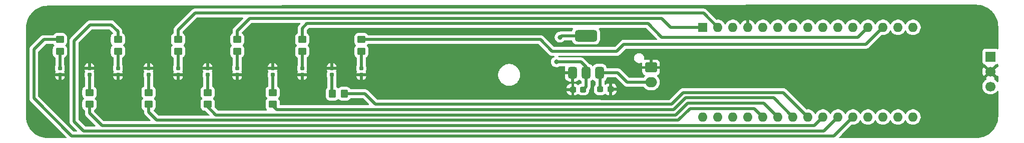
<source format=gbr>
%TF.GenerationSoftware,KiCad,Pcbnew,9.0.1*%
%TF.CreationDate,2025-05-15T18:12:51+02:00*%
%TF.ProjectId,Projet S6,50726f6a-6574-4205-9336-2e6b69636164,rev?*%
%TF.SameCoordinates,Original*%
%TF.FileFunction,Copper,L1,Top*%
%TF.FilePolarity,Positive*%
%FSLAX46Y46*%
G04 Gerber Fmt 4.6, Leading zero omitted, Abs format (unit mm)*
G04 Created by KiCad (PCBNEW 9.0.1) date 2025-05-15 18:12:51*
%MOMM*%
%LPD*%
G01*
G04 APERTURE LIST*
G04 Aperture macros list*
%AMRoundRect*
0 Rectangle with rounded corners*
0 $1 Rounding radius*
0 $2 $3 $4 $5 $6 $7 $8 $9 X,Y pos of 4 corners*
0 Add a 4 corners polygon primitive as box body*
4,1,4,$2,$3,$4,$5,$6,$7,$8,$9,$2,$3,0*
0 Add four circle primitives for the rounded corners*
1,1,$1+$1,$2,$3*
1,1,$1+$1,$4,$5*
1,1,$1+$1,$6,$7*
1,1,$1+$1,$8,$9*
0 Add four rect primitives between the rounded corners*
20,1,$1+$1,$2,$3,$4,$5,0*
20,1,$1+$1,$4,$5,$6,$7,0*
20,1,$1+$1,$6,$7,$8,$9,0*
20,1,$1+$1,$8,$9,$2,$3,0*%
G04 Aperture macros list end*
%TA.AperFunction,SMDPad,CuDef*%
%ADD10RoundRect,0.155000X0.155000X-0.212500X0.155000X0.212500X-0.155000X0.212500X-0.155000X-0.212500X0*%
%TD*%
%TA.AperFunction,SMDPad,CuDef*%
%ADD11RoundRect,0.250000X-0.450000X0.350000X-0.450000X-0.350000X0.450000X-0.350000X0.450000X0.350000X0*%
%TD*%
%TA.AperFunction,SMDPad,CuDef*%
%ADD12RoundRect,0.155000X-0.155000X0.212500X-0.155000X-0.212500X0.155000X-0.212500X0.155000X0.212500X0*%
%TD*%
%TA.AperFunction,SMDPad,CuDef*%
%ADD13RoundRect,0.250000X0.450000X-0.350000X0.450000X0.350000X-0.450000X0.350000X-0.450000X-0.350000X0*%
%TD*%
%TA.AperFunction,SMDPad,CuDef*%
%ADD14RoundRect,0.250000X0.350000X0.450000X-0.350000X0.450000X-0.350000X-0.450000X0.350000X-0.450000X0*%
%TD*%
%TA.AperFunction,ComponentPad*%
%ADD15R,1.600000X1.600000*%
%TD*%
%TA.AperFunction,ComponentPad*%
%ADD16O,1.600000X1.600000*%
%TD*%
%TA.AperFunction,SMDPad,CuDef*%
%ADD17RoundRect,0.375000X0.375000X-0.625000X0.375000X0.625000X-0.375000X0.625000X-0.375000X-0.625000X0*%
%TD*%
%TA.AperFunction,SMDPad,CuDef*%
%ADD18RoundRect,0.500000X1.400000X-0.500000X1.400000X0.500000X-1.400000X0.500000X-1.400000X-0.500000X0*%
%TD*%
%TA.AperFunction,SMDPad,CuDef*%
%ADD19RoundRect,0.237500X-0.300000X-0.237500X0.300000X-0.237500X0.300000X0.237500X-0.300000X0.237500X0*%
%TD*%
%TA.AperFunction,ComponentPad*%
%ADD20RoundRect,0.250000X-0.750000X0.600000X-0.750000X-0.600000X0.750000X-0.600000X0.750000X0.600000X0*%
%TD*%
%TA.AperFunction,ComponentPad*%
%ADD21O,2.000000X1.700000*%
%TD*%
%TA.AperFunction,ComponentPad*%
%ADD22R,1.700000X1.700000*%
%TD*%
%TA.AperFunction,ComponentPad*%
%ADD23C,1.700000*%
%TD*%
%TA.AperFunction,SMDPad,CuDef*%
%ADD24RoundRect,0.237500X0.300000X0.237500X-0.300000X0.237500X-0.300000X-0.237500X0.300000X-0.237500X0*%
%TD*%
%TA.AperFunction,ViaPad*%
%ADD25C,0.800000*%
%TD*%
%TA.AperFunction,Conductor*%
%ADD26C,0.500000*%
%TD*%
G04 APERTURE END LIST*
D10*
%TO.P,D8,1,K*%
%TO.N,GND*%
X85000000Y-68000000D03*
%TO.P,D8,2,A*%
%TO.N,Net-(D8-A)*%
X85000000Y-66865000D03*
%TD*%
D11*
%TO.P,R8,1*%
%TO.N,LED 1*%
X85000000Y-62000000D03*
%TO.P,R8,2*%
%TO.N,Net-(D8-A)*%
X85000000Y-64000000D03*
%TD*%
D10*
%TO.P,D1,1,K*%
%TO.N,GND*%
X94830000Y-68000000D03*
%TO.P,D1,2,A*%
%TO.N,Net-(D1-A)*%
X94830000Y-66865000D03*
%TD*%
D11*
%TO.P,R1,1*%
%TO.N,LED 2*%
X94820000Y-61970000D03*
%TO.P,R1,2*%
%TO.N,Net-(D1-A)*%
X94820000Y-63970000D03*
%TD*%
%TO.P,R3,1*%
%TO.N,LED 9*%
X105000000Y-62000000D03*
%TO.P,R3,2*%
%TO.N,Net-(D3-A)*%
X105000000Y-64000000D03*
%TD*%
D10*
%TO.P,D3,1,K*%
%TO.N,GND*%
X105000000Y-68000000D03*
%TO.P,D3,2,A*%
%TO.N,Net-(D3-A)*%
X105000000Y-66865000D03*
%TD*%
D11*
%TO.P,R5,2*%
%TO.N,Net-(D5-A)*%
X115000000Y-64000000D03*
%TO.P,R5,1*%
%TO.N,LED 8*%
X115000000Y-62000000D03*
%TD*%
D10*
%TO.P,D5,2,A*%
%TO.N,Net-(D5-A)*%
X115000000Y-66865000D03*
%TO.P,D5,1,K*%
%TO.N,GND*%
X115000000Y-68000000D03*
%TD*%
%TO.P,D9,2,A*%
%TO.N,Net-(D9-A)*%
X126000000Y-66865000D03*
%TO.P,D9,1,K*%
%TO.N,GND*%
X126000000Y-68000000D03*
%TD*%
D11*
%TO.P,R9,2*%
%TO.N,Net-(D9-A)*%
X126000000Y-64000000D03*
%TO.P,R9,1*%
%TO.N,LED 10*%
X126000000Y-62000000D03*
%TD*%
D12*
%TO.P,D6,2,A*%
%TO.N,Net-(D6-A)*%
X121000000Y-68000000D03*
%TO.P,D6,1,K*%
%TO.N,GND*%
X121000000Y-66865000D03*
%TD*%
D13*
%TO.P,R6,2*%
%TO.N,Net-(D6-A)*%
X121000000Y-71000000D03*
%TO.P,R6,1*%
%TO.N,LED 5*%
X121000000Y-73000000D03*
%TD*%
D12*
%TO.P,D10,2,A*%
%TO.N,Net-(D10-A)*%
X130990000Y-68000000D03*
%TO.P,D10,1,K*%
%TO.N,GND*%
X130990000Y-66865000D03*
%TD*%
D14*
%TO.P,R10,2*%
%TO.N,Net-(D10-A)*%
X131100000Y-71200000D03*
%TO.P,R10,1*%
%TO.N,LED 6*%
X133100000Y-71200000D03*
%TD*%
D13*
%TO.P,R2,1*%
%TO.N,LED 3*%
X100000000Y-73000000D03*
%TO.P,R2,2*%
%TO.N,Net-(D2-A)*%
X100000000Y-71000000D03*
%TD*%
D12*
%TO.P,D2,1,K*%
%TO.N,GND*%
X100000000Y-66865000D03*
%TO.P,D2,2,A*%
%TO.N,Net-(D2-A)*%
X100000000Y-68000000D03*
%TD*%
D13*
%TO.P,R7,2*%
%TO.N,Net-(D7-A)*%
X90000000Y-71000000D03*
%TO.P,R7,1*%
%TO.N,LED 7*%
X90000000Y-73000000D03*
%TD*%
D12*
%TO.P,D7,2,A*%
%TO.N,Net-(D7-A)*%
X90000000Y-68000000D03*
%TO.P,D7,1,K*%
%TO.N,GND*%
X90000000Y-66865000D03*
%TD*%
%TO.P,D4,2,A*%
%TO.N,Net-(D4-A)*%
X110000000Y-68000000D03*
%TO.P,D4,1,K*%
%TO.N,GND*%
X110000000Y-66865000D03*
%TD*%
D15*
%TO.P,Nucleo2,1,PA9*%
%TO.N,LED 8*%
X193760000Y-59920000D03*
D16*
%TO.P,Nucleo2,2,PA10*%
%TO.N,LED 9*%
X196300000Y-59920000D03*
%TO.P,Nucleo2,3,NRST*%
%TO.N,unconnected-(Nucleo2-NRST-Pad3)*%
X198840000Y-59920000D03*
%TO.P,Nucleo2,4,GND*%
%TO.N,GND*%
X201380000Y-59920000D03*
%TO.P,Nucleo2,5,PA12*%
%TO.N,unconnected-(Nucleo2-PA12-Pad5)*%
X203920000Y-59920000D03*
%TO.P,Nucleo2,6,PB0*%
%TO.N,unconnected-(Nucleo2-PB0-Pad6)*%
X206460000Y-59920000D03*
%TO.P,Nucleo2,7,PB7*%
%TO.N,unconnected-(Nucleo2-PB7-Pad7)*%
X209000000Y-59920000D03*
%TO.P,Nucleo2,8,PA15*%
%TO.N,unconnected-(Nucleo2-PA15-Pad8)*%
X211540000Y-59920000D03*
%TO.P,Nucleo2,9,PB6*%
%TO.N,unconnected-(Nucleo2-PB6-Pad9)*%
X214080000Y-59920000D03*
%TO.P,Nucleo2,10,PF0*%
%TO.N,unconnected-(Nucleo2-PF0-Pad10)*%
X216620000Y-59920000D03*
%TO.P,Nucleo2,11,PF1*%
%TO.N,unconnected-(Nucleo2-PF1-Pad11)*%
X219160000Y-59920000D03*
%TO.P,Nucleo2,12,PA8*%
%TO.N,LED 10*%
X221700000Y-59920000D03*
%TO.P,Nucleo2,13,PA11*%
%TO.N,LED 11*%
X224240000Y-59920000D03*
%TO.P,Nucleo2,14,PB5*%
%TO.N,unconnected-(Nucleo2-PB5-Pad14)*%
X226780000Y-59920000D03*
%TO.P,Nucleo2,15,PB4*%
%TO.N,unconnected-(Nucleo2-PB4-Pad15)*%
X229320000Y-59920000D03*
%TO.P,Nucleo2,16,VIN*%
%TO.N,+7.5V*%
X229320000Y-75160000D03*
%TO.P,Nucleo2,17,GND*%
%TO.N,unconnected-(Nucleo2-GND-Pad17)*%
X226780000Y-75160000D03*
%TO.P,Nucleo2,18,NRST*%
%TO.N,unconnected-(Nucleo2-NRST-Pad18)*%
X224240000Y-75160000D03*
%TO.P,Nucleo2,19,+5V*%
%TO.N,unconnected-(Nucleo2-+5V-Pad19)*%
X221700000Y-75160000D03*
%TO.P,Nucleo2,20,PA2*%
%TO.N,LED 1*%
X219160000Y-75160000D03*
%TO.P,Nucleo2,21,PA7*%
%TO.N,LED 2*%
X216620000Y-75160000D03*
%TO.P,Nucleo2,22,PA6*%
%TO.N,LED 7*%
X214080000Y-75160000D03*
%TO.P,Nucleo2,23,PA5*%
%TO.N,LED 6*%
X211540000Y-75160000D03*
%TO.P,Nucleo2,24,PA4*%
%TO.N,LED 5*%
X209000000Y-75160000D03*
%TO.P,Nucleo2,25,PA3*%
%TO.N,LED 4*%
X206460000Y-75160000D03*
%TO.P,Nucleo2,26,PA1*%
%TO.N,LED 3*%
X203920000Y-75160000D03*
%TO.P,Nucleo2,27,PA0*%
%TO.N,hall senseor*%
X201380000Y-75160000D03*
%TO.P,Nucleo2,28,AVDD*%
%TO.N,unconnected-(Nucleo2-AVDD-Pad28)*%
X198840000Y-75160000D03*
%TO.P,Nucleo2,29,+3V3*%
%TO.N,3v3*%
X196300000Y-75160000D03*
%TO.P,Nucleo2,30,PB3*%
%TO.N,unconnected-(Nucleo2-PB3-Pad30)*%
X193760000Y-75160000D03*
%TD*%
D17*
%TO.P,U1,1,GND*%
%TO.N,GND*%
X171700000Y-67650000D03*
%TO.P,U1,2,VO*%
%TO.N,3v3*%
X174000000Y-67650000D03*
D18*
X174000000Y-61350000D03*
D17*
%TO.P,U1,3,VI*%
%TO.N,batt+*%
X176300000Y-67650000D03*
%TD*%
D13*
%TO.P,R4,1*%
%TO.N,LED 4*%
X110000000Y-73000000D03*
%TO.P,R4,2*%
%TO.N,Net-(D4-A)*%
X110000000Y-71000000D03*
%TD*%
D11*
%TO.P,R11,1*%
%TO.N,LED 11*%
X136000000Y-62000000D03*
%TO.P,R11,2*%
%TO.N,Net-(D11-A)*%
X136000000Y-64000000D03*
%TD*%
D19*
%TO.P,C2,1*%
%TO.N,batt+*%
X176405000Y-70450000D03*
%TO.P,C2,2*%
%TO.N,GND*%
X178130000Y-70450000D03*
%TD*%
D20*
%TO.P,J101,1,Pin_1*%
%TO.N,GND*%
X185000000Y-66750000D03*
D21*
%TO.P,J101,2,Pin_2*%
%TO.N,batt+*%
X185000000Y-69250000D03*
%TD*%
D10*
%TO.P,D11,1,K*%
%TO.N,GND*%
X136000000Y-68000000D03*
%TO.P,D11,2,A*%
%TO.N,Net-(D11-A)*%
X136000000Y-66865000D03*
%TD*%
D22*
%TO.P,J1,1,Pin_1*%
%TO.N,3v3*%
X242420000Y-64890000D03*
D23*
%TO.P,J1,2,Pin_2*%
%TO.N,GND*%
X242420000Y-67430000D03*
%TO.P,J1,3,Pin_3*%
%TO.N,hall senseor*%
X242420000Y-69970000D03*
%TD*%
D24*
%TO.P,C1,1*%
%TO.N,3v3*%
X173502500Y-70490000D03*
%TO.P,C1,2*%
%TO.N,GND*%
X171777500Y-70490000D03*
%TD*%
D25*
%TO.N,GND*%
X81000000Y-76600000D03*
X81400000Y-58600000D03*
X146200000Y-67000000D03*
%TO.N,3v3*%
X169600000Y-61600000D03*
X169000000Y-65800000D03*
%TD*%
D26*
%TO.N,3v3*%
X169850000Y-61350000D02*
X169600000Y-61600000D01*
X174000000Y-61350000D02*
X169850000Y-61350000D01*
X174000000Y-67650000D02*
X174000000Y-66650000D01*
X173150000Y-65800000D02*
X169000000Y-65800000D01*
X174000000Y-66650000D02*
X173150000Y-65800000D01*
%TO.N,batt+*%
X176405000Y-70450000D02*
X176405000Y-67755000D01*
X176405000Y-67755000D02*
X176300000Y-67650000D01*
%TO.N,3v3*%
X174000000Y-67650000D02*
X174000000Y-69992500D01*
X174000000Y-69992500D02*
X173502500Y-70490000D01*
%TO.N,LED 11*%
X224240000Y-59920000D02*
X221360000Y-62800000D01*
X166300000Y-62000000D02*
X136000000Y-62000000D01*
X221360000Y-62800000D02*
X180400000Y-62800000D01*
X179200000Y-64000000D02*
X168300000Y-64000000D01*
X180400000Y-62800000D02*
X179200000Y-64000000D01*
X168300000Y-64000000D02*
X166300000Y-62000000D01*
%TO.N,LED 10*%
X221700000Y-59920000D02*
X220020000Y-61600000D01*
X220020000Y-61600000D02*
X186800000Y-61600000D01*
X126000000Y-60100000D02*
X126000000Y-62000000D01*
X126800000Y-59300000D02*
X126000000Y-60100000D01*
X186800000Y-61600000D02*
X184500000Y-59300000D01*
X184500000Y-59300000D02*
X126800000Y-59300000D01*
%TO.N,LED 8*%
X193760000Y-59920000D02*
X188320000Y-59920000D01*
X188320000Y-59920000D02*
X186799000Y-58399000D01*
X186799000Y-58399000D02*
X177500000Y-58399000D01*
X177500000Y-58399000D02*
X177100999Y-58399001D01*
X177100999Y-58399001D02*
X117100999Y-58399001D01*
X117100999Y-58399001D02*
X115000000Y-60500000D01*
X115000000Y-60500000D02*
X115000000Y-62000000D01*
%TO.N,LED 9*%
X105000000Y-62000000D02*
X105000000Y-60400000D01*
X105000000Y-60400000D02*
X107901998Y-57498002D01*
X107901998Y-57498002D02*
X193878002Y-57498002D01*
X193878002Y-57498002D02*
X196300000Y-59920000D01*
%TO.N,LED 2*%
X94820000Y-61970000D02*
X94820000Y-60620000D01*
X214268000Y-77512000D02*
X216620000Y-75160000D01*
X93700000Y-59500000D02*
X90100000Y-59500000D01*
X89012000Y-77512000D02*
X214268000Y-77512000D01*
X94820000Y-60620000D02*
X93700000Y-59500000D01*
X90100000Y-59500000D02*
X87400000Y-62200000D01*
X87400000Y-62200000D02*
X87400000Y-75900000D01*
X87400000Y-75900000D02*
X89012000Y-77512000D01*
%TO.N,LED 5*%
X209000000Y-75160000D02*
X205739000Y-71899000D01*
X205739000Y-71899000D02*
X190852587Y-71899001D01*
X190852587Y-71899001D02*
X188843588Y-73908000D01*
X188843588Y-73908000D02*
X175410000Y-73908000D01*
X175410000Y-73908000D02*
X175400001Y-73898001D01*
X121698001Y-73898001D02*
X121000000Y-73200000D01*
X175400001Y-73898001D02*
X121698001Y-73898001D01*
X121000000Y-73200000D02*
X121000000Y-73000000D01*
%TO.N,LED 1*%
X85000000Y-62000000D02*
X82300000Y-62000000D01*
X82300000Y-62000000D02*
X80600000Y-63700000D01*
X87013000Y-78413000D02*
X215907000Y-78413000D01*
X80600000Y-63700000D02*
X80600000Y-72000000D01*
X80600000Y-72000000D02*
X87013000Y-78413000D01*
X215907000Y-78413000D02*
X219160000Y-75160000D01*
%TO.N,LED 3*%
X173910000Y-75710000D02*
X101410000Y-75710000D01*
X101410000Y-75710000D02*
X100000000Y-74300000D01*
X100000000Y-74300000D02*
X100000000Y-73000000D01*
%TO.N,LED 6*%
X176400001Y-72997001D02*
X138400000Y-72997001D01*
X176410000Y-73007000D02*
X176400001Y-72997001D01*
X138400000Y-72997001D02*
X136602999Y-71200000D01*
X136602999Y-71200000D02*
X133100000Y-71200000D01*
%TO.N,Net-(D8-A)*%
X85000000Y-64000000D02*
X85000000Y-66865000D01*
%TO.N,Net-(D1-A)*%
X94820000Y-63970000D02*
X94820000Y-66855000D01*
X94820000Y-66855000D02*
X94830000Y-66865000D01*
%TO.N,Net-(D3-A)*%
X105000000Y-66865000D02*
X105000000Y-64000000D01*
%TO.N,Net-(D5-A)*%
X115000000Y-64000000D02*
X115000000Y-66865000D01*
%TO.N,Net-(D9-A)*%
X126000000Y-64000000D02*
X126000000Y-66865000D01*
%TO.N,Net-(D6-A)*%
X121000000Y-71000000D02*
X121000000Y-68000000D01*
%TO.N,Net-(D10-A)*%
X131000000Y-68010000D02*
X130990000Y-68000000D01*
X131000000Y-71000000D02*
X131000000Y-68010000D01*
%TO.N,Net-(D2-A)*%
X100000000Y-71000000D02*
X100000000Y-68000000D01*
%TO.N,Net-(D7-A)*%
X90000000Y-71000000D02*
X90000000Y-68000000D01*
%TO.N,LED 7*%
X90000000Y-74500000D02*
X90000000Y-73000000D01*
%TO.N,Net-(D4-A)*%
X110000000Y-68000000D02*
X110000000Y-71000000D01*
%TO.N,LED 4*%
X110000000Y-73400000D02*
X110000000Y-73000000D01*
X206460000Y-75160000D02*
X204100000Y-72800000D01*
X204100000Y-72800000D02*
X191225794Y-72800000D01*
X191225794Y-72800000D02*
X189216794Y-74809000D01*
X189216794Y-74809000D02*
X174710000Y-74809000D01*
X174710000Y-74809000D02*
X174700001Y-74799001D01*
X174700001Y-74799001D02*
X111399001Y-74799001D01*
X111399001Y-74799001D02*
X110000000Y-73400000D01*
%TO.N,LED 6*%
X211540000Y-75160000D02*
X207378000Y-70998000D01*
X190479380Y-70998002D02*
X188470382Y-73007000D01*
X207378000Y-70998000D02*
X190479380Y-70998002D01*
X188470382Y-73007000D02*
X176410000Y-73007000D01*
%TO.N,LED 3*%
X203920000Y-75160000D02*
X202469000Y-73709000D01*
X173910000Y-75710000D02*
X173900000Y-75700000D01*
X202469000Y-73709000D02*
X191591000Y-73709000D01*
X191591000Y-73709000D02*
X189590000Y-75710000D01*
X189590000Y-75710000D02*
X173910000Y-75710000D01*
%TO.N,LED 7*%
X214080000Y-75160000D02*
X212629000Y-76611000D01*
X212629000Y-76611000D02*
X92111000Y-76611000D01*
X92111000Y-76611000D02*
X90000000Y-74500000D01*
%TO.N,batt+*%
X185000000Y-69250000D02*
X180980000Y-69250000D01*
X180980000Y-69250000D02*
X179380000Y-67650000D01*
X179380000Y-67650000D02*
X176300000Y-67650000D01*
%TO.N,Net-(D11-A)*%
X136000000Y-64000000D02*
X136000000Y-66865000D01*
%TD*%
%TA.AperFunction,Conductor*%
%TO.N,GND*%
G36*
X240003091Y-56079078D02*
G01*
X240361432Y-56096683D01*
X240373540Y-56097875D01*
X240725473Y-56150080D01*
X240737387Y-56152450D01*
X241082519Y-56238901D01*
X241094156Y-56242432D01*
X241206703Y-56282702D01*
X241429133Y-56362289D01*
X241440368Y-56366943D01*
X241761993Y-56519062D01*
X241772722Y-56524796D01*
X241795608Y-56538514D01*
X242077873Y-56707697D01*
X242087991Y-56714458D01*
X242373754Y-56926396D01*
X242383160Y-56934115D01*
X242646777Y-57173044D01*
X242655380Y-57181647D01*
X242803080Y-57344611D01*
X242894300Y-57445257D01*
X242902020Y-57454664D01*
X243113950Y-57740422D01*
X243120711Y-57750540D01*
X243303617Y-58055703D01*
X243309353Y-58066435D01*
X243461462Y-58388045D01*
X243466119Y-58399287D01*
X243585977Y-58734272D01*
X243589509Y-58745918D01*
X243675951Y-59091027D01*
X243678325Y-59102961D01*
X243730526Y-59454882D01*
X243731719Y-59466992D01*
X243749323Y-59825371D01*
X243749472Y-59831455D01*
X243749478Y-63526010D01*
X243729794Y-63593049D01*
X243676990Y-63638804D01*
X243607831Y-63648748D01*
X243551167Y-63625276D01*
X243512335Y-63596206D01*
X243512328Y-63596202D01*
X243377482Y-63545908D01*
X243377483Y-63545908D01*
X243317883Y-63539501D01*
X243317881Y-63539500D01*
X243317873Y-63539500D01*
X243317864Y-63539500D01*
X241522129Y-63539500D01*
X241522123Y-63539501D01*
X241462516Y-63545908D01*
X241327671Y-63596202D01*
X241327664Y-63596206D01*
X241212455Y-63682452D01*
X241212452Y-63682455D01*
X241126206Y-63797664D01*
X241126202Y-63797671D01*
X241075908Y-63932517D01*
X241069501Y-63992116D01*
X241069500Y-63992135D01*
X241069500Y-65787870D01*
X241069501Y-65787876D01*
X241075908Y-65847483D01*
X241126202Y-65982328D01*
X241126206Y-65982335D01*
X241212452Y-66097544D01*
X241212455Y-66097547D01*
X241327664Y-66183793D01*
X241327671Y-66183797D01*
X241356515Y-66194555D01*
X241462517Y-66234091D01*
X241522127Y-66240500D01*
X241532685Y-66240499D01*
X241599723Y-66260179D01*
X241620372Y-66276818D01*
X242290591Y-66947037D01*
X242227007Y-66964075D01*
X242112993Y-67029901D01*
X242019901Y-67122993D01*
X241954075Y-67237007D01*
X241937037Y-67300590D01*
X241304728Y-66668282D01*
X241304727Y-66668282D01*
X241265380Y-66722439D01*
X241168904Y-66911782D01*
X241103242Y-67113869D01*
X241103242Y-67113872D01*
X241070000Y-67323753D01*
X241070000Y-67536246D01*
X241103242Y-67746127D01*
X241103242Y-67746130D01*
X241168904Y-67948217D01*
X241265375Y-68137550D01*
X241304728Y-68191716D01*
X241937037Y-67559408D01*
X241954075Y-67622993D01*
X242019901Y-67737007D01*
X242112993Y-67830099D01*
X242227007Y-67895925D01*
X242290590Y-67912962D01*
X241658282Y-68545269D01*
X241658282Y-68545270D01*
X241712452Y-68584626D01*
X241712451Y-68584626D01*
X241721495Y-68589234D01*
X241772292Y-68637208D01*
X241789087Y-68705029D01*
X241766550Y-68771164D01*
X241721499Y-68810202D01*
X241712182Y-68814949D01*
X241540213Y-68939890D01*
X241389890Y-69090213D01*
X241264951Y-69262179D01*
X241168444Y-69451585D01*
X241102753Y-69653760D01*
X241069500Y-69863713D01*
X241069500Y-70076286D01*
X241102467Y-70284436D01*
X241102754Y-70286243D01*
X241165171Y-70478343D01*
X241168444Y-70488414D01*
X241264951Y-70677820D01*
X241389890Y-70849786D01*
X241540213Y-71000109D01*
X241712179Y-71125048D01*
X241712181Y-71125049D01*
X241712184Y-71125051D01*
X241901588Y-71221557D01*
X242103757Y-71287246D01*
X242313713Y-71320500D01*
X242313714Y-71320500D01*
X242526286Y-71320500D01*
X242526287Y-71320500D01*
X242736243Y-71287246D01*
X242938412Y-71221557D01*
X243127816Y-71125051D01*
X243149789Y-71109086D01*
X243299786Y-71000109D01*
X243299788Y-71000106D01*
X243299792Y-71000104D01*
X243450104Y-70849792D01*
X243525174Y-70746466D01*
X243580503Y-70703801D01*
X243650116Y-70697822D01*
X243711912Y-70730427D01*
X243746269Y-70791266D01*
X243749492Y-70819352D01*
X243749500Y-74955830D01*
X243749500Y-74996948D01*
X243749351Y-75003033D01*
X243731743Y-75361432D01*
X243730550Y-75373542D01*
X243678347Y-75725467D01*
X243675973Y-75737402D01*
X243589526Y-76082518D01*
X243585994Y-76094162D01*
X243565310Y-76151971D01*
X243466375Y-76428477D01*
X243466142Y-76429127D01*
X243461485Y-76440370D01*
X243309366Y-76762000D01*
X243303629Y-76772732D01*
X243120729Y-77077881D01*
X243113969Y-77087999D01*
X242902028Y-77373769D01*
X242894308Y-77383175D01*
X242655388Y-77646783D01*
X242646783Y-77655388D01*
X242383175Y-77894308D01*
X242373769Y-77902028D01*
X242087999Y-78113969D01*
X242077881Y-78120729D01*
X241772732Y-78303629D01*
X241762000Y-78309366D01*
X241440370Y-78461485D01*
X241429134Y-78466139D01*
X241210698Y-78544297D01*
X241094162Y-78585994D01*
X241082518Y-78589526D01*
X240737402Y-78675973D01*
X240725467Y-78678347D01*
X240373542Y-78730550D01*
X240361432Y-78731743D01*
X240023927Y-78748324D01*
X240003031Y-78749351D01*
X239996949Y-78749500D01*
X216931230Y-78749500D01*
X216864191Y-78729815D01*
X216818436Y-78677011D01*
X216808492Y-78607853D01*
X216837517Y-78544297D01*
X216843549Y-78537819D01*
X217267399Y-78113969D01*
X218894895Y-76486471D01*
X218956216Y-76452988D01*
X219001971Y-76451681D01*
X219057648Y-76460500D01*
X219057649Y-76460500D01*
X219262351Y-76460500D01*
X219262352Y-76460500D01*
X219464534Y-76428477D01*
X219659219Y-76365220D01*
X219841610Y-76272287D01*
X219934590Y-76204732D01*
X220007213Y-76151971D01*
X220007215Y-76151968D01*
X220007219Y-76151966D01*
X220151966Y-76007219D01*
X220151968Y-76007215D01*
X220151971Y-76007213D01*
X220272284Y-75841614D01*
X220272285Y-75841613D01*
X220272287Y-75841610D01*
X220319516Y-75748917D01*
X220367489Y-75698123D01*
X220435310Y-75681328D01*
X220501445Y-75703865D01*
X220540483Y-75748917D01*
X220584348Y-75835006D01*
X220587715Y-75841614D01*
X220708028Y-76007213D01*
X220852786Y-76151971D01*
X221007749Y-76264556D01*
X221018390Y-76272287D01*
X221134607Y-76331503D01*
X221200776Y-76365218D01*
X221200778Y-76365218D01*
X221200781Y-76365220D01*
X221305137Y-76399127D01*
X221395465Y-76428477D01*
X221470554Y-76440370D01*
X221597648Y-76460500D01*
X221597649Y-76460500D01*
X221802351Y-76460500D01*
X221802352Y-76460500D01*
X222004534Y-76428477D01*
X222199219Y-76365220D01*
X222381610Y-76272287D01*
X222474590Y-76204732D01*
X222547213Y-76151971D01*
X222547215Y-76151968D01*
X222547219Y-76151966D01*
X222691966Y-76007219D01*
X222691968Y-76007215D01*
X222691971Y-76007213D01*
X222812284Y-75841614D01*
X222812285Y-75841613D01*
X222812287Y-75841610D01*
X222859516Y-75748917D01*
X222907489Y-75698123D01*
X222975310Y-75681328D01*
X223041445Y-75703865D01*
X223080483Y-75748917D01*
X223124348Y-75835006D01*
X223127715Y-75841614D01*
X223248028Y-76007213D01*
X223392786Y-76151971D01*
X223547749Y-76264556D01*
X223558390Y-76272287D01*
X223674607Y-76331503D01*
X223740776Y-76365218D01*
X223740778Y-76365218D01*
X223740781Y-76365220D01*
X223845137Y-76399127D01*
X223935465Y-76428477D01*
X224010554Y-76440370D01*
X224137648Y-76460500D01*
X224137649Y-76460500D01*
X224342351Y-76460500D01*
X224342352Y-76460500D01*
X224544534Y-76428477D01*
X224739219Y-76365220D01*
X224921610Y-76272287D01*
X225014590Y-76204732D01*
X225087213Y-76151971D01*
X225087215Y-76151968D01*
X225087219Y-76151966D01*
X225231966Y-76007219D01*
X225231968Y-76007215D01*
X225231971Y-76007213D01*
X225352284Y-75841614D01*
X225352285Y-75841613D01*
X225352287Y-75841610D01*
X225399516Y-75748917D01*
X225447489Y-75698123D01*
X225515310Y-75681328D01*
X225581445Y-75703865D01*
X225620483Y-75748917D01*
X225664348Y-75835006D01*
X225667715Y-75841614D01*
X225788028Y-76007213D01*
X225932786Y-76151971D01*
X226087749Y-76264556D01*
X226098390Y-76272287D01*
X226214607Y-76331503D01*
X226280776Y-76365218D01*
X226280778Y-76365218D01*
X226280781Y-76365220D01*
X226385137Y-76399127D01*
X226475465Y-76428477D01*
X226550554Y-76440370D01*
X226677648Y-76460500D01*
X226677649Y-76460500D01*
X226882351Y-76460500D01*
X226882352Y-76460500D01*
X227084534Y-76428477D01*
X227279219Y-76365220D01*
X227461610Y-76272287D01*
X227554590Y-76204732D01*
X227627213Y-76151971D01*
X227627215Y-76151968D01*
X227627219Y-76151966D01*
X227771966Y-76007219D01*
X227771968Y-76007215D01*
X227771971Y-76007213D01*
X227892284Y-75841614D01*
X227892285Y-75841613D01*
X227892287Y-75841610D01*
X227939516Y-75748917D01*
X227987489Y-75698123D01*
X228055310Y-75681328D01*
X228121445Y-75703865D01*
X228160483Y-75748917D01*
X228204348Y-75835006D01*
X228207715Y-75841614D01*
X228328028Y-76007213D01*
X228472786Y-76151971D01*
X228627749Y-76264556D01*
X228638390Y-76272287D01*
X228754607Y-76331503D01*
X228820776Y-76365218D01*
X228820778Y-76365218D01*
X228820781Y-76365220D01*
X228925137Y-76399127D01*
X229015465Y-76428477D01*
X229090554Y-76440370D01*
X229217648Y-76460500D01*
X229217649Y-76460500D01*
X229422351Y-76460500D01*
X229422352Y-76460500D01*
X229624534Y-76428477D01*
X229819219Y-76365220D01*
X230001610Y-76272287D01*
X230094590Y-76204732D01*
X230167213Y-76151971D01*
X230167215Y-76151968D01*
X230167219Y-76151966D01*
X230311966Y-76007219D01*
X230311968Y-76007215D01*
X230311971Y-76007213D01*
X230364732Y-75934590D01*
X230432287Y-75841610D01*
X230525220Y-75659219D01*
X230588477Y-75464534D01*
X230620500Y-75262352D01*
X230620500Y-75057648D01*
X230610886Y-74996948D01*
X230588477Y-74855465D01*
X230553500Y-74747819D01*
X230525220Y-74660781D01*
X230525218Y-74660778D01*
X230525218Y-74660776D01*
X230459597Y-74531989D01*
X230432287Y-74478390D01*
X230418563Y-74459500D01*
X230311971Y-74312786D01*
X230167213Y-74168028D01*
X230001613Y-74047715D01*
X230001612Y-74047714D01*
X230001610Y-74047713D01*
X229931877Y-74012182D01*
X229819223Y-73954781D01*
X229624534Y-73891522D01*
X229449995Y-73863878D01*
X229422352Y-73859500D01*
X229217648Y-73859500D01*
X229193329Y-73863351D01*
X229015465Y-73891522D01*
X228820776Y-73954781D01*
X228638386Y-74047715D01*
X228472786Y-74168028D01*
X228328028Y-74312786D01*
X228207715Y-74478386D01*
X228160485Y-74571080D01*
X228112510Y-74621876D01*
X228044689Y-74638671D01*
X227978554Y-74616134D01*
X227939515Y-74571080D01*
X227919597Y-74531989D01*
X227892287Y-74478390D01*
X227878563Y-74459500D01*
X227771971Y-74312786D01*
X227627213Y-74168028D01*
X227461613Y-74047715D01*
X227461612Y-74047714D01*
X227461610Y-74047713D01*
X227391877Y-74012182D01*
X227279223Y-73954781D01*
X227084534Y-73891522D01*
X226909995Y-73863878D01*
X226882352Y-73859500D01*
X226677648Y-73859500D01*
X226653329Y-73863351D01*
X226475465Y-73891522D01*
X226280776Y-73954781D01*
X226098386Y-74047715D01*
X225932786Y-74168028D01*
X225788028Y-74312786D01*
X225667715Y-74478386D01*
X225620485Y-74571080D01*
X225572510Y-74621876D01*
X225504689Y-74638671D01*
X225438554Y-74616134D01*
X225399515Y-74571080D01*
X225379597Y-74531989D01*
X225352287Y-74478390D01*
X225338563Y-74459500D01*
X225231971Y-74312786D01*
X225087213Y-74168028D01*
X224921613Y-74047715D01*
X224921612Y-74047714D01*
X224921610Y-74047713D01*
X224851877Y-74012182D01*
X224739223Y-73954781D01*
X224544534Y-73891522D01*
X224369995Y-73863878D01*
X224342352Y-73859500D01*
X224137648Y-73859500D01*
X224113329Y-73863351D01*
X223935465Y-73891522D01*
X223740776Y-73954781D01*
X223558386Y-74047715D01*
X223392786Y-74168028D01*
X223248028Y-74312786D01*
X223127715Y-74478386D01*
X223080485Y-74571080D01*
X223032510Y-74621876D01*
X222964689Y-74638671D01*
X222898554Y-74616134D01*
X222859515Y-74571080D01*
X222839597Y-74531989D01*
X222812287Y-74478390D01*
X222798563Y-74459500D01*
X222691971Y-74312786D01*
X222547213Y-74168028D01*
X222381613Y-74047715D01*
X222381612Y-74047714D01*
X222381610Y-74047713D01*
X222311877Y-74012182D01*
X222199223Y-73954781D01*
X222004534Y-73891522D01*
X221829995Y-73863878D01*
X221802352Y-73859500D01*
X221597648Y-73859500D01*
X221573329Y-73863351D01*
X221395465Y-73891522D01*
X221200776Y-73954781D01*
X221018386Y-74047715D01*
X220852786Y-74168028D01*
X220708028Y-74312786D01*
X220587715Y-74478386D01*
X220540485Y-74571080D01*
X220492510Y-74621876D01*
X220424689Y-74638671D01*
X220358554Y-74616134D01*
X220319515Y-74571080D01*
X220299597Y-74531989D01*
X220272287Y-74478390D01*
X220258563Y-74459500D01*
X220151971Y-74312786D01*
X220007213Y-74168028D01*
X219841613Y-74047715D01*
X219841612Y-74047714D01*
X219841610Y-74047713D01*
X219771877Y-74012182D01*
X219659223Y-73954781D01*
X219464534Y-73891522D01*
X219289995Y-73863878D01*
X219262352Y-73859500D01*
X219057648Y-73859500D01*
X219033329Y-73863351D01*
X218855465Y-73891522D01*
X218660776Y-73954781D01*
X218478386Y-74047715D01*
X218312786Y-74168028D01*
X218168028Y-74312786D01*
X218047715Y-74478386D01*
X218000485Y-74571080D01*
X217952510Y-74621876D01*
X217884689Y-74638671D01*
X217818554Y-74616134D01*
X217779515Y-74571080D01*
X217759597Y-74531989D01*
X217732287Y-74478390D01*
X217718563Y-74459500D01*
X217611971Y-74312786D01*
X217467213Y-74168028D01*
X217301613Y-74047715D01*
X217301612Y-74047714D01*
X217301610Y-74047713D01*
X217231877Y-74012182D01*
X217119223Y-73954781D01*
X216924534Y-73891522D01*
X216749995Y-73863878D01*
X216722352Y-73859500D01*
X216517648Y-73859500D01*
X216493329Y-73863351D01*
X216315465Y-73891522D01*
X216120776Y-73954781D01*
X215938386Y-74047715D01*
X215772786Y-74168028D01*
X215628028Y-74312786D01*
X215507715Y-74478386D01*
X215460485Y-74571080D01*
X215412510Y-74621876D01*
X215344689Y-74638671D01*
X215278554Y-74616134D01*
X215239515Y-74571080D01*
X215219597Y-74531989D01*
X215192287Y-74478390D01*
X215178563Y-74459500D01*
X215071971Y-74312786D01*
X214927213Y-74168028D01*
X214761613Y-74047715D01*
X214761612Y-74047714D01*
X214761610Y-74047713D01*
X214691877Y-74012182D01*
X214579223Y-73954781D01*
X214384534Y-73891522D01*
X214209995Y-73863878D01*
X214182352Y-73859500D01*
X213977648Y-73859500D01*
X213953329Y-73863351D01*
X213775465Y-73891522D01*
X213580776Y-73954781D01*
X213398386Y-74047715D01*
X213232786Y-74168028D01*
X213088028Y-74312786D01*
X212967715Y-74478386D01*
X212920485Y-74571080D01*
X212872510Y-74621876D01*
X212804689Y-74638671D01*
X212738554Y-74616134D01*
X212699515Y-74571080D01*
X212679597Y-74531989D01*
X212652287Y-74478390D01*
X212638563Y-74459500D01*
X212531971Y-74312786D01*
X212387213Y-74168028D01*
X212221613Y-74047715D01*
X212221612Y-74047714D01*
X212221610Y-74047713D01*
X212151877Y-74012182D01*
X212039223Y-73954781D01*
X211844534Y-73891522D01*
X211669995Y-73863878D01*
X211642352Y-73859500D01*
X211437648Y-73859500D01*
X211381972Y-73868318D01*
X211312679Y-73859363D01*
X211274894Y-73833526D01*
X207856421Y-70415052D01*
X207856420Y-70415051D01*
X207841449Y-70405048D01*
X207756062Y-70347995D01*
X207733495Y-70332916D01*
X207733493Y-70332915D01*
X207733490Y-70332913D01*
X207596917Y-70276343D01*
X207596907Y-70276340D01*
X207451920Y-70247500D01*
X207451918Y-70247500D01*
X207451917Y-70247500D01*
X207304083Y-70247500D01*
X207304082Y-70247500D01*
X190405459Y-70247501D01*
X190260472Y-70276342D01*
X190260462Y-70276345D01*
X190123891Y-70332914D01*
X190123878Y-70332921D01*
X190000964Y-70415050D01*
X190000960Y-70415053D01*
X188195833Y-72220181D01*
X188134510Y-72253666D01*
X188108152Y-72256500D01*
X176536399Y-72256500D01*
X176512206Y-72254117D01*
X176473920Y-72246501D01*
X176473919Y-72246501D01*
X138762229Y-72246501D01*
X138695190Y-72226816D01*
X138674548Y-72210182D01*
X137241022Y-70776654D01*
X170740001Y-70776654D01*
X170750319Y-70877652D01*
X170804546Y-71041300D01*
X170804551Y-71041311D01*
X170895052Y-71188034D01*
X170895055Y-71188038D01*
X171016961Y-71309944D01*
X171016965Y-71309947D01*
X171163688Y-71400448D01*
X171163699Y-71400453D01*
X171327347Y-71454680D01*
X171428351Y-71464999D01*
X171527500Y-71464998D01*
X171527500Y-70740000D01*
X170740001Y-70740000D01*
X170740001Y-70776654D01*
X137241022Y-70776654D01*
X137240687Y-70776319D01*
X137081419Y-70617051D01*
X137056648Y-70600500D01*
X137001897Y-70563917D01*
X137001896Y-70563916D01*
X136958499Y-70534919D01*
X136958487Y-70534912D01*
X136821916Y-70478343D01*
X136821906Y-70478340D01*
X136676919Y-70449500D01*
X136676917Y-70449500D01*
X134215638Y-70449500D01*
X134206436Y-70446798D01*
X134196934Y-70448081D01*
X134173458Y-70437114D01*
X134148599Y-70429815D01*
X134140633Y-70421780D01*
X134133630Y-70418509D01*
X134112269Y-70393171D01*
X134110749Y-70391638D01*
X134110404Y-70391091D01*
X134042712Y-70281344D01*
X133964713Y-70203345D01*
X170740000Y-70203345D01*
X170740000Y-70240000D01*
X171527500Y-70240000D01*
X171527500Y-69514999D01*
X171428360Y-69515000D01*
X171428344Y-69515001D01*
X171327347Y-69525319D01*
X171163699Y-69579546D01*
X171163688Y-69579551D01*
X171016965Y-69670052D01*
X171016961Y-69670055D01*
X170895055Y-69791961D01*
X170895052Y-69791965D01*
X170804551Y-69938688D01*
X170804546Y-69938699D01*
X170750319Y-70102347D01*
X170740000Y-70203345D01*
X133964713Y-70203345D01*
X133918656Y-70157288D01*
X133771335Y-70066420D01*
X133769336Y-70065187D01*
X133769331Y-70065185D01*
X133745499Y-70057288D01*
X133602797Y-70010001D01*
X133602795Y-70010000D01*
X133500010Y-69999500D01*
X132699998Y-69999500D01*
X132699980Y-69999501D01*
X132597203Y-70010000D01*
X132597200Y-70010001D01*
X132430668Y-70065185D01*
X132430663Y-70065187D01*
X132281342Y-70157289D01*
X132187681Y-70250951D01*
X132126358Y-70284436D01*
X132056666Y-70279452D01*
X132012319Y-70250951D01*
X131918657Y-70157289D01*
X131918656Y-70157288D01*
X131809402Y-70089900D01*
X131762679Y-70037953D01*
X131750500Y-69984362D01*
X131750500Y-68495543D01*
X131755424Y-68460948D01*
X131797575Y-68315862D01*
X131797576Y-68315856D01*
X131800499Y-68278710D01*
X131800500Y-68278703D01*
X131800500Y-68278657D01*
X135190000Y-68278657D01*
X135192921Y-68315777D01*
X135192922Y-68315783D01*
X135239091Y-68474694D01*
X135239092Y-68474697D01*
X135323333Y-68617142D01*
X135323339Y-68617150D01*
X135440349Y-68734160D01*
X135440357Y-68734166D01*
X135582802Y-68818407D01*
X135582805Y-68818409D01*
X135741717Y-68864577D01*
X135741724Y-68864579D01*
X135749998Y-68865229D01*
X135750000Y-68865228D01*
X136250000Y-68865228D01*
X136250001Y-68865229D01*
X136258275Y-68864579D01*
X136258282Y-68864577D01*
X136417194Y-68818409D01*
X136417197Y-68818407D01*
X136559642Y-68734166D01*
X136559650Y-68734160D01*
X136676660Y-68617150D01*
X136676666Y-68617142D01*
X136760907Y-68474697D01*
X136760908Y-68474694D01*
X136807077Y-68315783D01*
X136807078Y-68315777D01*
X136809999Y-68278657D01*
X136810000Y-68278642D01*
X136810000Y-68250000D01*
X136250000Y-68250000D01*
X136250000Y-68865228D01*
X135750000Y-68865228D01*
X135750000Y-68250000D01*
X135190000Y-68250000D01*
X135190000Y-68278657D01*
X131800500Y-68278657D01*
X131800499Y-67878711D01*
X159149500Y-67878711D01*
X159149500Y-68121288D01*
X159181161Y-68361785D01*
X159243947Y-68596104D01*
X159334596Y-68814949D01*
X159336776Y-68820212D01*
X159458064Y-69030289D01*
X159458066Y-69030292D01*
X159458067Y-69030293D01*
X159605733Y-69222736D01*
X159605739Y-69222743D01*
X159777256Y-69394260D01*
X159777262Y-69394265D01*
X159969711Y-69541936D01*
X160179788Y-69663224D01*
X160298708Y-69712482D01*
X160394018Y-69751961D01*
X160403900Y-69756054D01*
X160638211Y-69818838D01*
X160818586Y-69842584D01*
X160878711Y-69850500D01*
X160878712Y-69850500D01*
X161121289Y-69850500D01*
X161169388Y-69844167D01*
X161361789Y-69818838D01*
X161596100Y-69756054D01*
X161820212Y-69663224D01*
X162030289Y-69541936D01*
X162222738Y-69394265D01*
X162394265Y-69222738D01*
X162541936Y-69030289D01*
X162663224Y-68820212D01*
X162756054Y-68596100D01*
X162818838Y-68361789D01*
X162820246Y-68351096D01*
X170450000Y-68351096D01*
X170452897Y-68393824D01*
X170498831Y-68578523D01*
X170583390Y-68749022D01*
X170583392Y-68749025D01*
X170702632Y-68897366D01*
X170702633Y-68897367D01*
X170850974Y-69016607D01*
X170850977Y-69016609D01*
X171021476Y-69101168D01*
X171206175Y-69147102D01*
X171248903Y-69150000D01*
X171450000Y-69150000D01*
X171450000Y-67900000D01*
X170450000Y-67900000D01*
X170450000Y-68351096D01*
X162820246Y-68351096D01*
X162850500Y-68121288D01*
X162850500Y-67878712D01*
X162818838Y-67638211D01*
X162756054Y-67403900D01*
X162663224Y-67179788D01*
X162541936Y-66969711D01*
X162394265Y-66777262D01*
X162394260Y-66777256D01*
X162222743Y-66605739D01*
X162222736Y-66605733D01*
X162030293Y-66458067D01*
X162030292Y-66458066D01*
X162030289Y-66458064D01*
X161842945Y-66349901D01*
X161820214Y-66336777D01*
X161820205Y-66336773D01*
X161596104Y-66243947D01*
X161425972Y-66198360D01*
X161361789Y-66181162D01*
X161361788Y-66181161D01*
X161361785Y-66181161D01*
X161121289Y-66149500D01*
X161121288Y-66149500D01*
X160878712Y-66149500D01*
X160878711Y-66149500D01*
X160638214Y-66181161D01*
X160403895Y-66243947D01*
X160179794Y-66336773D01*
X160179785Y-66336777D01*
X159969706Y-66458067D01*
X159777263Y-66605733D01*
X159777256Y-66605739D01*
X159605739Y-66777256D01*
X159605733Y-66777263D01*
X159458067Y-66969706D01*
X159336777Y-67179785D01*
X159336773Y-67179794D01*
X159243947Y-67403895D01*
X159181161Y-67638214D01*
X159149500Y-67878711D01*
X131800499Y-67878711D01*
X131800499Y-67721298D01*
X131797576Y-67684142D01*
X131751370Y-67525100D01*
X131733644Y-67495127D01*
X131716462Y-67427405D01*
X131733646Y-67368886D01*
X131750905Y-67339702D01*
X131750908Y-67339694D01*
X131797077Y-67180783D01*
X131797078Y-67180777D01*
X131799999Y-67143657D01*
X131800000Y-67143642D01*
X131800000Y-67115000D01*
X130180000Y-67115000D01*
X130180000Y-67143657D01*
X130182921Y-67180777D01*
X130182922Y-67180783D01*
X130229091Y-67339694D01*
X130229093Y-67339699D01*
X130246355Y-67368889D01*
X130263536Y-67436613D01*
X130246355Y-67495127D01*
X130228631Y-67525096D01*
X130228628Y-67525104D01*
X130182424Y-67684137D01*
X130182423Y-67684143D01*
X130179500Y-67721289D01*
X130179500Y-68278690D01*
X130179501Y-68278715D01*
X130182423Y-68315854D01*
X130228630Y-68474901D01*
X130232229Y-68480985D01*
X130249500Y-68544111D01*
X130249500Y-70137770D01*
X130229815Y-70204809D01*
X130213181Y-70225451D01*
X130157289Y-70281342D01*
X130065187Y-70430663D01*
X130065186Y-70430666D01*
X130010001Y-70597203D01*
X130010001Y-70597204D01*
X130010000Y-70597204D01*
X129999500Y-70699983D01*
X129999500Y-71700001D01*
X129999501Y-71700019D01*
X130010000Y-71802796D01*
X130010001Y-71802799D01*
X130046293Y-71912319D01*
X130065186Y-71969334D01*
X130157288Y-72118656D01*
X130281344Y-72242712D01*
X130430666Y-72334814D01*
X130597203Y-72389999D01*
X130699991Y-72400500D01*
X131500008Y-72400499D01*
X131500016Y-72400498D01*
X131500019Y-72400498D01*
X131556302Y-72394748D01*
X131602797Y-72389999D01*
X131769334Y-72334814D01*
X131918656Y-72242712D01*
X132012319Y-72149049D01*
X132073642Y-72115564D01*
X132143334Y-72120548D01*
X132187681Y-72149049D01*
X132281344Y-72242712D01*
X132430666Y-72334814D01*
X132597203Y-72389999D01*
X132699991Y-72400500D01*
X133500008Y-72400499D01*
X133500016Y-72400498D01*
X133500019Y-72400498D01*
X133556302Y-72394748D01*
X133602797Y-72389999D01*
X133769334Y-72334814D01*
X133918656Y-72242712D01*
X134042712Y-72118656D01*
X134110099Y-72009402D01*
X134162047Y-71962679D01*
X134215638Y-71950500D01*
X136240769Y-71950500D01*
X136307808Y-71970185D01*
X136328450Y-71986819D01*
X136838835Y-72497204D01*
X137277452Y-72935820D01*
X137310937Y-72997143D01*
X137305953Y-73066834D01*
X137264081Y-73122768D01*
X137198617Y-73147185D01*
X137189771Y-73147501D01*
X122324500Y-73147501D01*
X122257461Y-73127816D01*
X122211706Y-73075012D01*
X122200500Y-73023501D01*
X122200499Y-72599998D01*
X122200498Y-72599980D01*
X122189999Y-72497203D01*
X122189998Y-72497200D01*
X122183773Y-72478414D01*
X122134814Y-72330666D01*
X122042712Y-72181344D01*
X121949049Y-72087681D01*
X121915564Y-72026358D01*
X121920548Y-71956666D01*
X121949049Y-71912319D01*
X121962510Y-71898858D01*
X122042712Y-71818656D01*
X122134814Y-71669334D01*
X122189999Y-71502797D01*
X122200500Y-71400009D01*
X122200499Y-70599992D01*
X122193851Y-70534916D01*
X122189999Y-70497203D01*
X122189998Y-70497200D01*
X122174192Y-70449500D01*
X122134814Y-70330666D01*
X122042712Y-70181344D01*
X121918656Y-70057288D01*
X121809402Y-69989900D01*
X121762679Y-69937953D01*
X121750500Y-69884362D01*
X121750500Y-68525697D01*
X121759453Y-68482467D01*
X121759194Y-68482392D01*
X121760153Y-68479089D01*
X121760702Y-68476441D01*
X121761361Y-68474913D01*
X121761370Y-68474900D01*
X121807576Y-68315858D01*
X121810500Y-68278703D01*
X121810500Y-68278657D01*
X125190000Y-68278657D01*
X125192921Y-68315777D01*
X125192922Y-68315783D01*
X125239091Y-68474694D01*
X125239092Y-68474697D01*
X125323333Y-68617142D01*
X125323339Y-68617150D01*
X125440349Y-68734160D01*
X125440357Y-68734166D01*
X125582802Y-68818407D01*
X125582805Y-68818409D01*
X125741717Y-68864577D01*
X125741724Y-68864579D01*
X125749998Y-68865229D01*
X125750000Y-68865228D01*
X126250000Y-68865228D01*
X126250001Y-68865229D01*
X126258275Y-68864579D01*
X126258282Y-68864577D01*
X126417194Y-68818409D01*
X126417197Y-68818407D01*
X126559642Y-68734166D01*
X126559650Y-68734160D01*
X126676660Y-68617150D01*
X126676666Y-68617142D01*
X126760907Y-68474697D01*
X126760908Y-68474694D01*
X126807077Y-68315783D01*
X126807078Y-68315777D01*
X126809999Y-68278657D01*
X126810000Y-68278642D01*
X126810000Y-68250000D01*
X126250000Y-68250000D01*
X126250000Y-68865228D01*
X125750000Y-68865228D01*
X125750000Y-68250000D01*
X125190000Y-68250000D01*
X125190000Y-68278657D01*
X121810500Y-68278657D01*
X121810499Y-67998443D01*
X121810499Y-67721309D01*
X121810498Y-67721284D01*
X121807576Y-67684145D01*
X121807576Y-67684142D01*
X121761370Y-67525100D01*
X121743644Y-67495127D01*
X121726462Y-67427405D01*
X121743646Y-67368886D01*
X121760905Y-67339702D01*
X121760908Y-67339694D01*
X121807077Y-67180783D01*
X121807078Y-67180777D01*
X121809999Y-67143657D01*
X121810000Y-67143642D01*
X121810000Y-67115000D01*
X120190000Y-67115000D01*
X120190000Y-67143657D01*
X120192921Y-67180777D01*
X120192922Y-67180783D01*
X120239091Y-67339694D01*
X120239093Y-67339699D01*
X120256355Y-67368889D01*
X120273536Y-67436613D01*
X120256355Y-67495127D01*
X120238631Y-67525096D01*
X120238628Y-67525104D01*
X120192424Y-67684137D01*
X120192423Y-67684143D01*
X120189500Y-67721289D01*
X120189500Y-68278690D01*
X120189501Y-68278715D01*
X120192423Y-68315854D01*
X120192424Y-68315856D01*
X120192424Y-68315858D01*
X120238630Y-68474900D01*
X120238634Y-68474907D01*
X120239298Y-68476441D01*
X120239844Y-68479077D01*
X120240807Y-68482392D01*
X120240546Y-68482467D01*
X120249500Y-68525697D01*
X120249500Y-69884362D01*
X120229815Y-69951401D01*
X120190598Y-69989899D01*
X120173413Y-70000500D01*
X120081342Y-70057289D01*
X119957289Y-70181342D01*
X119865187Y-70330663D01*
X119865185Y-70330668D01*
X119844982Y-70391638D01*
X119810001Y-70497203D01*
X119810001Y-70497204D01*
X119810000Y-70497204D01*
X119799500Y-70599983D01*
X119799500Y-71400001D01*
X119799501Y-71400019D01*
X119810000Y-71502796D01*
X119810001Y-71502799D01*
X119865185Y-71669331D01*
X119865187Y-71669336D01*
X119899799Y-71725451D01*
X119947507Y-71802799D01*
X119957289Y-71818657D01*
X120050951Y-71912319D01*
X120084436Y-71973642D01*
X120079452Y-72043334D01*
X120050951Y-72087681D01*
X119957289Y-72181342D01*
X119865187Y-72330663D01*
X119865185Y-72330668D01*
X119845525Y-72389998D01*
X119810001Y-72497203D01*
X119810001Y-72497204D01*
X119810000Y-72497204D01*
X119799500Y-72599983D01*
X119799500Y-73400001D01*
X119799501Y-73400019D01*
X119810000Y-73502796D01*
X119810001Y-73502799D01*
X119865185Y-73669331D01*
X119865187Y-73669336D01*
X119878057Y-73690202D01*
X119947193Y-73802290D01*
X119957289Y-73818657D01*
X119975452Y-73836820D01*
X120008937Y-73898143D01*
X120003953Y-73967835D01*
X119962081Y-74023768D01*
X119896617Y-74048185D01*
X119887771Y-74048501D01*
X111761230Y-74048501D01*
X111694191Y-74028816D01*
X111673549Y-74012182D01*
X111229269Y-73567902D01*
X111195784Y-73506579D01*
X111193592Y-73467623D01*
X111200500Y-73400009D01*
X111200499Y-72599992D01*
X111189999Y-72497203D01*
X111134814Y-72330666D01*
X111042712Y-72181344D01*
X110949049Y-72087681D01*
X110915564Y-72026358D01*
X110920548Y-71956666D01*
X110949049Y-71912319D01*
X110962510Y-71898858D01*
X111042712Y-71818656D01*
X111134814Y-71669334D01*
X111189999Y-71502797D01*
X111200500Y-71400009D01*
X111200499Y-70599992D01*
X111193851Y-70534916D01*
X111189999Y-70497203D01*
X111189998Y-70497200D01*
X111174192Y-70449500D01*
X111134814Y-70330666D01*
X111042712Y-70181344D01*
X110918656Y-70057288D01*
X110809402Y-69989900D01*
X110762679Y-69937953D01*
X110750500Y-69884362D01*
X110750500Y-68525697D01*
X110759453Y-68482467D01*
X110759194Y-68482392D01*
X110760153Y-68479089D01*
X110760702Y-68476441D01*
X110761361Y-68474913D01*
X110761370Y-68474900D01*
X110807576Y-68315858D01*
X110810500Y-68278703D01*
X110810500Y-68278657D01*
X114190000Y-68278657D01*
X114192921Y-68315777D01*
X114192922Y-68315783D01*
X114239091Y-68474694D01*
X114239092Y-68474697D01*
X114323333Y-68617142D01*
X114323339Y-68617150D01*
X114440349Y-68734160D01*
X114440357Y-68734166D01*
X114582802Y-68818407D01*
X114582805Y-68818409D01*
X114741717Y-68864577D01*
X114741724Y-68864579D01*
X114749998Y-68865229D01*
X114750000Y-68865228D01*
X115250000Y-68865228D01*
X115250001Y-68865229D01*
X115258275Y-68864579D01*
X115258282Y-68864577D01*
X115417194Y-68818409D01*
X115417197Y-68818407D01*
X115559642Y-68734166D01*
X115559650Y-68734160D01*
X115676660Y-68617150D01*
X115676666Y-68617142D01*
X115760907Y-68474697D01*
X115760908Y-68474694D01*
X115807077Y-68315783D01*
X115807078Y-68315777D01*
X115809999Y-68278657D01*
X115810000Y-68278642D01*
X115810000Y-68250000D01*
X115250000Y-68250000D01*
X115250000Y-68865228D01*
X114750000Y-68865228D01*
X114750000Y-68250000D01*
X114190000Y-68250000D01*
X114190000Y-68278657D01*
X110810500Y-68278657D01*
X110810499Y-67998443D01*
X110810499Y-67721309D01*
X110810498Y-67721284D01*
X110807576Y-67684145D01*
X110807576Y-67684142D01*
X110761370Y-67525100D01*
X110743644Y-67495127D01*
X110726462Y-67427405D01*
X110743646Y-67368886D01*
X110760905Y-67339702D01*
X110760908Y-67339694D01*
X110807077Y-67180783D01*
X110807078Y-67180777D01*
X110809999Y-67143657D01*
X110810000Y-67143642D01*
X110810000Y-67115000D01*
X109190000Y-67115000D01*
X109190000Y-67143657D01*
X109192921Y-67180777D01*
X109192922Y-67180783D01*
X109239091Y-67339694D01*
X109239093Y-67339699D01*
X109256355Y-67368889D01*
X109273536Y-67436613D01*
X109256355Y-67495127D01*
X109238631Y-67525096D01*
X109238628Y-67525104D01*
X109192424Y-67684137D01*
X109192423Y-67684143D01*
X109189500Y-67721289D01*
X109189500Y-68278690D01*
X109189501Y-68278715D01*
X109192423Y-68315854D01*
X109192424Y-68315856D01*
X109192424Y-68315858D01*
X109238630Y-68474900D01*
X109238634Y-68474907D01*
X109239298Y-68476441D01*
X109239844Y-68479077D01*
X109240807Y-68482392D01*
X109240546Y-68482467D01*
X109249500Y-68525697D01*
X109249500Y-69884362D01*
X109229815Y-69951401D01*
X109190598Y-69989899D01*
X109173413Y-70000500D01*
X109081342Y-70057289D01*
X108957289Y-70181342D01*
X108865187Y-70330663D01*
X108865185Y-70330668D01*
X108844982Y-70391638D01*
X108810001Y-70497203D01*
X108810001Y-70497204D01*
X108810000Y-70497204D01*
X108799500Y-70599983D01*
X108799500Y-71400001D01*
X108799501Y-71400019D01*
X108810000Y-71502796D01*
X108810001Y-71502799D01*
X108865185Y-71669331D01*
X108865187Y-71669336D01*
X108899799Y-71725451D01*
X108947507Y-71802799D01*
X108957289Y-71818657D01*
X109050951Y-71912319D01*
X109084436Y-71973642D01*
X109079452Y-72043334D01*
X109050951Y-72087681D01*
X108957289Y-72181342D01*
X108865187Y-72330663D01*
X108865185Y-72330668D01*
X108845525Y-72389998D01*
X108810001Y-72497203D01*
X108810001Y-72497204D01*
X108810000Y-72497204D01*
X108799500Y-72599983D01*
X108799500Y-73400001D01*
X108799501Y-73400019D01*
X108810000Y-73502796D01*
X108810001Y-73502799D01*
X108865185Y-73669331D01*
X108865187Y-73669336D01*
X108878057Y-73690202D01*
X108957288Y-73818656D01*
X109081344Y-73942712D01*
X109230666Y-74034814D01*
X109397203Y-74089999D01*
X109499991Y-74100500D01*
X109587770Y-74100499D01*
X109654808Y-74120183D01*
X109675451Y-74136818D01*
X110286452Y-74747819D01*
X110319937Y-74809142D01*
X110314953Y-74878834D01*
X110273081Y-74934767D01*
X110207617Y-74959184D01*
X110198771Y-74959500D01*
X101772229Y-74959500D01*
X101705190Y-74939815D01*
X101684548Y-74923181D01*
X100896831Y-74135463D01*
X100863346Y-74074140D01*
X100868330Y-74004448D01*
X100910202Y-73948515D01*
X100918212Y-73943062D01*
X100918654Y-73942713D01*
X100918653Y-73942713D01*
X100918656Y-73942712D01*
X101042712Y-73818656D01*
X101134814Y-73669334D01*
X101189999Y-73502797D01*
X101200500Y-73400009D01*
X101200499Y-72599992D01*
X101189999Y-72497203D01*
X101134814Y-72330666D01*
X101042712Y-72181344D01*
X100949049Y-72087681D01*
X100915564Y-72026358D01*
X100920548Y-71956666D01*
X100949049Y-71912319D01*
X100962510Y-71898858D01*
X101042712Y-71818656D01*
X101134814Y-71669334D01*
X101189999Y-71502797D01*
X101200500Y-71400009D01*
X101200499Y-70599992D01*
X101193851Y-70534916D01*
X101189999Y-70497203D01*
X101189998Y-70497200D01*
X101174192Y-70449500D01*
X101134814Y-70330666D01*
X101042712Y-70181344D01*
X100918656Y-70057288D01*
X100809402Y-69989900D01*
X100762679Y-69937953D01*
X100750500Y-69884362D01*
X100750500Y-68525697D01*
X100759453Y-68482467D01*
X100759194Y-68482392D01*
X100760153Y-68479089D01*
X100760702Y-68476441D01*
X100761361Y-68474913D01*
X100761370Y-68474900D01*
X100807576Y-68315858D01*
X100810500Y-68278703D01*
X100810500Y-68278657D01*
X104190000Y-68278657D01*
X104192921Y-68315777D01*
X104192922Y-68315783D01*
X104239091Y-68474694D01*
X104239092Y-68474697D01*
X104323333Y-68617142D01*
X104323339Y-68617150D01*
X104440349Y-68734160D01*
X104440357Y-68734166D01*
X104582802Y-68818407D01*
X104582805Y-68818409D01*
X104741717Y-68864577D01*
X104741724Y-68864579D01*
X104749998Y-68865229D01*
X104750000Y-68865228D01*
X105250000Y-68865228D01*
X105250001Y-68865229D01*
X105258275Y-68864579D01*
X105258282Y-68864577D01*
X105417194Y-68818409D01*
X105417197Y-68818407D01*
X105559642Y-68734166D01*
X105559650Y-68734160D01*
X105676660Y-68617150D01*
X105676666Y-68617142D01*
X105760907Y-68474697D01*
X105760908Y-68474694D01*
X105807077Y-68315783D01*
X105807078Y-68315777D01*
X105809999Y-68278657D01*
X105810000Y-68278642D01*
X105810000Y-68250000D01*
X105250000Y-68250000D01*
X105250000Y-68865228D01*
X104750000Y-68865228D01*
X104750000Y-68250000D01*
X104190000Y-68250000D01*
X104190000Y-68278657D01*
X100810500Y-68278657D01*
X100810499Y-67998443D01*
X100810499Y-67721309D01*
X100810498Y-67721284D01*
X100807576Y-67684145D01*
X100807576Y-67684142D01*
X100761370Y-67525100D01*
X100743644Y-67495127D01*
X100726462Y-67427405D01*
X100743646Y-67368886D01*
X100760905Y-67339702D01*
X100760908Y-67339694D01*
X100807077Y-67180783D01*
X100807078Y-67180777D01*
X100809999Y-67143657D01*
X100810000Y-67143642D01*
X100810000Y-67115000D01*
X99190000Y-67115000D01*
X99190000Y-67143657D01*
X99192921Y-67180777D01*
X99192922Y-67180783D01*
X99239091Y-67339694D01*
X99239093Y-67339699D01*
X99256355Y-67368889D01*
X99273536Y-67436613D01*
X99256355Y-67495127D01*
X99238631Y-67525096D01*
X99238628Y-67525104D01*
X99192424Y-67684137D01*
X99192423Y-67684143D01*
X99189500Y-67721289D01*
X99189500Y-68278690D01*
X99189501Y-68278715D01*
X99192423Y-68315854D01*
X99192424Y-68315856D01*
X99192424Y-68315858D01*
X99238630Y-68474900D01*
X99238634Y-68474907D01*
X99239298Y-68476441D01*
X99239844Y-68479077D01*
X99240807Y-68482392D01*
X99240546Y-68482467D01*
X99249500Y-68525697D01*
X99249500Y-69884362D01*
X99229815Y-69951401D01*
X99190598Y-69989899D01*
X99173413Y-70000500D01*
X99081342Y-70057289D01*
X98957289Y-70181342D01*
X98865187Y-70330663D01*
X98865185Y-70330668D01*
X98844982Y-70391638D01*
X98810001Y-70497203D01*
X98810001Y-70497204D01*
X98810000Y-70497204D01*
X98799500Y-70599983D01*
X98799500Y-71400001D01*
X98799501Y-71400019D01*
X98810000Y-71502796D01*
X98810001Y-71502799D01*
X98865185Y-71669331D01*
X98865187Y-71669336D01*
X98899799Y-71725451D01*
X98947507Y-71802799D01*
X98957289Y-71818657D01*
X99050951Y-71912319D01*
X99084436Y-71973642D01*
X99079452Y-72043334D01*
X99050951Y-72087681D01*
X98957289Y-72181342D01*
X98865187Y-72330663D01*
X98865185Y-72330668D01*
X98845525Y-72389998D01*
X98810001Y-72497203D01*
X98810001Y-72497204D01*
X98810000Y-72497204D01*
X98799500Y-72599983D01*
X98799500Y-73400001D01*
X98799501Y-73400019D01*
X98810000Y-73502796D01*
X98810001Y-73502799D01*
X98865185Y-73669331D01*
X98865187Y-73669336D01*
X98878057Y-73690202D01*
X98957288Y-73818656D01*
X99081344Y-73942712D01*
X99190597Y-74010099D01*
X99237321Y-74062047D01*
X99249500Y-74115638D01*
X99249500Y-74373918D01*
X99249500Y-74373920D01*
X99249499Y-74373920D01*
X99278340Y-74518907D01*
X99278343Y-74518917D01*
X99334914Y-74655492D01*
X99352347Y-74681582D01*
X99352348Y-74681585D01*
X99417046Y-74778414D01*
X99417052Y-74778421D01*
X100287452Y-75648819D01*
X100320937Y-75710142D01*
X100315953Y-75779833D01*
X100274082Y-75835767D01*
X100208617Y-75860184D01*
X100199771Y-75860500D01*
X92473230Y-75860500D01*
X92406191Y-75840815D01*
X92385549Y-75824181D01*
X90786819Y-74225451D01*
X90772115Y-74198523D01*
X90755523Y-74172705D01*
X90754631Y-74166504D01*
X90753334Y-74164128D01*
X90750500Y-74137770D01*
X90750500Y-74115638D01*
X90770185Y-74048599D01*
X90809401Y-74010100D01*
X90918656Y-73942712D01*
X91042712Y-73818656D01*
X91134814Y-73669334D01*
X91189999Y-73502797D01*
X91200500Y-73400009D01*
X91200499Y-72599992D01*
X91189999Y-72497203D01*
X91134814Y-72330666D01*
X91042712Y-72181344D01*
X90949049Y-72087681D01*
X90915564Y-72026358D01*
X90920548Y-71956666D01*
X90949049Y-71912319D01*
X90962510Y-71898858D01*
X91042712Y-71818656D01*
X91134814Y-71669334D01*
X91189999Y-71502797D01*
X91200500Y-71400009D01*
X91200499Y-70599992D01*
X91193851Y-70534916D01*
X91189999Y-70497203D01*
X91189998Y-70497200D01*
X91174192Y-70449500D01*
X91134814Y-70330666D01*
X91042712Y-70181344D01*
X90918656Y-70057288D01*
X90809402Y-69989900D01*
X90762679Y-69937953D01*
X90750500Y-69884362D01*
X90750500Y-68525697D01*
X90759453Y-68482467D01*
X90759194Y-68482392D01*
X90760153Y-68479089D01*
X90760702Y-68476441D01*
X90761361Y-68474913D01*
X90761370Y-68474900D01*
X90807576Y-68315858D01*
X90810500Y-68278703D01*
X90810500Y-68278657D01*
X94020000Y-68278657D01*
X94022921Y-68315777D01*
X94022922Y-68315783D01*
X94069091Y-68474694D01*
X94069092Y-68474697D01*
X94153333Y-68617142D01*
X94153339Y-68617150D01*
X94270349Y-68734160D01*
X94270357Y-68734166D01*
X94412802Y-68818407D01*
X94412805Y-68818409D01*
X94571717Y-68864577D01*
X94571724Y-68864579D01*
X94579998Y-68865229D01*
X94580000Y-68865228D01*
X95080000Y-68865228D01*
X95080001Y-68865229D01*
X95088275Y-68864579D01*
X95088282Y-68864577D01*
X95247194Y-68818409D01*
X95247197Y-68818407D01*
X95389642Y-68734166D01*
X95389650Y-68734160D01*
X95506660Y-68617150D01*
X95506666Y-68617142D01*
X95590907Y-68474697D01*
X95590908Y-68474694D01*
X95637077Y-68315783D01*
X95637078Y-68315777D01*
X95639999Y-68278657D01*
X95640000Y-68278642D01*
X95640000Y-68250000D01*
X95080000Y-68250000D01*
X95080000Y-68865228D01*
X94580000Y-68865228D01*
X94580000Y-68250000D01*
X94020000Y-68250000D01*
X94020000Y-68278657D01*
X90810500Y-68278657D01*
X90810499Y-67998443D01*
X90810499Y-67721309D01*
X90810498Y-67721284D01*
X90807576Y-67684145D01*
X90807576Y-67684142D01*
X90761370Y-67525100D01*
X90743644Y-67495127D01*
X90726462Y-67427405D01*
X90743646Y-67368886D01*
X90760905Y-67339702D01*
X90760908Y-67339694D01*
X90807077Y-67180783D01*
X90807078Y-67180777D01*
X90809999Y-67143657D01*
X90810000Y-67143642D01*
X90810000Y-67115000D01*
X89190000Y-67115000D01*
X89190000Y-67143657D01*
X89192921Y-67180777D01*
X89192922Y-67180783D01*
X89239091Y-67339694D01*
X89239093Y-67339699D01*
X89256355Y-67368889D01*
X89273536Y-67436613D01*
X89256355Y-67495127D01*
X89238631Y-67525096D01*
X89238628Y-67525104D01*
X89192424Y-67684137D01*
X89192423Y-67684143D01*
X89189500Y-67721289D01*
X89189500Y-68278690D01*
X89189501Y-68278715D01*
X89192423Y-68315854D01*
X89192424Y-68315856D01*
X89192424Y-68315858D01*
X89238630Y-68474900D01*
X89238634Y-68474907D01*
X89239298Y-68476441D01*
X89239844Y-68479077D01*
X89240807Y-68482392D01*
X89240546Y-68482467D01*
X89249500Y-68525697D01*
X89249500Y-69884362D01*
X89229815Y-69951401D01*
X89190598Y-69989899D01*
X89173413Y-70000500D01*
X89081342Y-70057289D01*
X88957289Y-70181342D01*
X88865187Y-70330663D01*
X88865185Y-70330668D01*
X88844982Y-70391638D01*
X88810001Y-70497203D01*
X88810001Y-70497204D01*
X88810000Y-70497204D01*
X88799500Y-70599983D01*
X88799500Y-71400001D01*
X88799501Y-71400019D01*
X88810000Y-71502796D01*
X88810001Y-71502799D01*
X88865185Y-71669331D01*
X88865187Y-71669336D01*
X88899799Y-71725451D01*
X88947507Y-71802799D01*
X88957289Y-71818657D01*
X89050951Y-71912319D01*
X89084436Y-71973642D01*
X89079452Y-72043334D01*
X89050951Y-72087681D01*
X88957289Y-72181342D01*
X88865187Y-72330663D01*
X88865185Y-72330668D01*
X88845525Y-72389998D01*
X88810001Y-72497203D01*
X88810001Y-72497204D01*
X88810000Y-72497204D01*
X88799500Y-72599983D01*
X88799500Y-73400001D01*
X88799501Y-73400019D01*
X88810000Y-73502796D01*
X88810001Y-73502799D01*
X88865185Y-73669331D01*
X88865187Y-73669336D01*
X88878057Y-73690202D01*
X88957288Y-73818656D01*
X89081344Y-73942712D01*
X89190597Y-74010099D01*
X89237321Y-74062047D01*
X89249500Y-74115638D01*
X89249500Y-74573918D01*
X89249500Y-74573920D01*
X89249499Y-74573920D01*
X89278340Y-74718907D01*
X89278343Y-74718917D01*
X89334914Y-74855492D01*
X89367812Y-74904727D01*
X89367813Y-74904730D01*
X89417046Y-74978414D01*
X89417052Y-74978421D01*
X90988451Y-76549819D01*
X91021936Y-76611142D01*
X91016952Y-76680834D01*
X90975080Y-76736767D01*
X90909616Y-76761184D01*
X90900770Y-76761500D01*
X89374229Y-76761500D01*
X89307190Y-76741815D01*
X89286548Y-76725181D01*
X88186819Y-75625451D01*
X88153334Y-75564128D01*
X88150500Y-75537770D01*
X88150500Y-66586342D01*
X89190000Y-66586342D01*
X89190000Y-66615000D01*
X89750000Y-66615000D01*
X90250000Y-66615000D01*
X90810000Y-66615000D01*
X90810000Y-66586357D01*
X90809999Y-66586342D01*
X90807078Y-66549222D01*
X90807077Y-66549216D01*
X90760908Y-66390305D01*
X90760907Y-66390302D01*
X90676666Y-66247857D01*
X90676660Y-66247849D01*
X90559650Y-66130839D01*
X90559642Y-66130833D01*
X90417197Y-66046592D01*
X90417194Y-66046590D01*
X90258280Y-66000421D01*
X90258281Y-66000421D01*
X90250000Y-65999769D01*
X90250000Y-66615000D01*
X89750000Y-66615000D01*
X89750000Y-65999769D01*
X89741718Y-66000421D01*
X89582805Y-66046590D01*
X89582802Y-66046592D01*
X89440357Y-66130833D01*
X89440349Y-66130839D01*
X89323339Y-66247849D01*
X89323333Y-66247857D01*
X89239092Y-66390302D01*
X89239091Y-66390305D01*
X89192922Y-66549216D01*
X89192921Y-66549222D01*
X89190000Y-66586342D01*
X88150500Y-66586342D01*
X88150500Y-62562229D01*
X88170185Y-62495190D01*
X88186819Y-62474548D01*
X90374548Y-60286819D01*
X90435871Y-60253334D01*
X90462229Y-60250500D01*
X93337770Y-60250500D01*
X93404809Y-60270185D01*
X93425451Y-60286819D01*
X93723716Y-60585084D01*
X93954094Y-60815461D01*
X93987579Y-60876784D01*
X93982595Y-60946475D01*
X93940724Y-61002409D01*
X93931512Y-61008679D01*
X93901346Y-61027285D01*
X93777289Y-61151342D01*
X93685187Y-61300663D01*
X93685185Y-61300668D01*
X93673835Y-61334921D01*
X93630001Y-61467203D01*
X93630001Y-61467204D01*
X93630000Y-61467204D01*
X93619500Y-61569983D01*
X93619500Y-62370001D01*
X93619501Y-62370019D01*
X93630000Y-62472796D01*
X93630001Y-62472799D01*
X93659636Y-62562229D01*
X93685186Y-62639334D01*
X93770784Y-62778112D01*
X93777289Y-62788657D01*
X93870951Y-62882319D01*
X93904436Y-62943642D01*
X93899452Y-63013334D01*
X93870951Y-63057681D01*
X93777289Y-63151342D01*
X93685187Y-63300663D01*
X93685186Y-63300666D01*
X93630001Y-63467203D01*
X93630001Y-63467204D01*
X93630000Y-63467204D01*
X93619500Y-63569983D01*
X93619500Y-64370001D01*
X93619501Y-64370019D01*
X93630000Y-64472796D01*
X93630001Y-64472799D01*
X93666502Y-64582950D01*
X93685186Y-64639334D01*
X93777288Y-64788656D01*
X93901344Y-64912712D01*
X94010597Y-64980099D01*
X94057321Y-65032047D01*
X94069500Y-65085638D01*
X94069500Y-66369458D01*
X94064576Y-66404053D01*
X94022424Y-66549137D01*
X94022423Y-66549143D01*
X94019500Y-66586289D01*
X94019500Y-67143690D01*
X94019501Y-67143715D01*
X94022423Y-67180854D01*
X94022424Y-67180856D01*
X94022424Y-67180858D01*
X94068630Y-67339900D01*
X94086351Y-67369865D01*
X94086354Y-67369869D01*
X94103537Y-67437592D01*
X94086356Y-67496109D01*
X94069093Y-67525300D01*
X94069091Y-67525304D01*
X94022922Y-67684216D01*
X94022921Y-67684222D01*
X94020000Y-67721342D01*
X94020000Y-67750000D01*
X95640000Y-67750000D01*
X95640000Y-67721357D01*
X95639999Y-67721342D01*
X95637078Y-67684222D01*
X95637077Y-67684216D01*
X95590908Y-67525305D01*
X95590906Y-67525300D01*
X95573645Y-67496113D01*
X95556461Y-67428389D01*
X95573646Y-67369869D01*
X95591370Y-67339900D01*
X95637576Y-67180858D01*
X95640500Y-67143703D01*
X95640499Y-66586342D01*
X99190000Y-66586342D01*
X99190000Y-66615000D01*
X99750000Y-66615000D01*
X100250000Y-66615000D01*
X100810000Y-66615000D01*
X100810000Y-66586357D01*
X100809999Y-66586342D01*
X100807078Y-66549222D01*
X100807077Y-66549216D01*
X100760908Y-66390305D01*
X100760907Y-66390302D01*
X100676666Y-66247857D01*
X100676660Y-66247849D01*
X100559650Y-66130839D01*
X100559642Y-66130833D01*
X100417197Y-66046592D01*
X100417194Y-66046590D01*
X100258280Y-66000421D01*
X100258281Y-66000421D01*
X100250000Y-65999769D01*
X100250000Y-66615000D01*
X99750000Y-66615000D01*
X99750000Y-65999769D01*
X99741718Y-66000421D01*
X99582805Y-66046590D01*
X99582802Y-66046592D01*
X99440357Y-66130833D01*
X99440349Y-66130839D01*
X99323339Y-66247849D01*
X99323333Y-66247857D01*
X99239092Y-66390302D01*
X99239091Y-66390305D01*
X99192922Y-66549216D01*
X99192921Y-66549222D01*
X99190000Y-66586342D01*
X95640499Y-66586342D01*
X95640499Y-66586298D01*
X95637576Y-66549142D01*
X95591370Y-66390100D01*
X95587766Y-66384006D01*
X95570500Y-66320888D01*
X95570500Y-65085638D01*
X95590185Y-65018599D01*
X95629401Y-64980100D01*
X95738656Y-64912712D01*
X95862712Y-64788656D01*
X95954814Y-64639334D01*
X96009999Y-64472797D01*
X96020500Y-64370009D01*
X96020499Y-63569992D01*
X96018797Y-63553334D01*
X96009999Y-63467203D01*
X96009998Y-63467200D01*
X96009297Y-63465084D01*
X95954814Y-63300666D01*
X95862712Y-63151344D01*
X95769049Y-63057681D01*
X95735564Y-62996358D01*
X95740548Y-62926666D01*
X95769049Y-62882319D01*
X95811483Y-62839885D01*
X95862712Y-62788656D01*
X95954814Y-62639334D01*
X96009999Y-62472797D01*
X96020500Y-62370009D01*
X96020499Y-61599983D01*
X103799500Y-61599983D01*
X103799500Y-62400001D01*
X103799501Y-62400019D01*
X103810000Y-62502796D01*
X103810001Y-62502799D01*
X103865185Y-62669331D01*
X103865187Y-62669336D01*
X103900069Y-62725888D01*
X103932280Y-62778112D01*
X103957289Y-62818657D01*
X104050951Y-62912319D01*
X104084436Y-62973642D01*
X104079452Y-63043334D01*
X104050951Y-63087681D01*
X103957289Y-63181342D01*
X103865187Y-63330663D01*
X103865186Y-63330666D01*
X103810001Y-63497203D01*
X103810001Y-63497204D01*
X103810000Y-63497204D01*
X103799500Y-63599983D01*
X103799500Y-64400001D01*
X103799501Y-64400019D01*
X103810000Y-64502796D01*
X103810001Y-64502799D01*
X103865185Y-64669331D01*
X103865187Y-64669336D01*
X103897460Y-64721659D01*
X103957288Y-64818656D01*
X104081344Y-64942712D01*
X104190597Y-65010099D01*
X104237321Y-65062047D01*
X104249500Y-65115638D01*
X104249500Y-66339301D01*
X104240547Y-66382532D01*
X104240806Y-66382608D01*
X104239851Y-66385893D01*
X104239302Y-66388547D01*
X104238628Y-66390104D01*
X104192424Y-66549137D01*
X104192423Y-66549143D01*
X104189500Y-66586289D01*
X104189500Y-67143690D01*
X104189501Y-67143715D01*
X104192423Y-67180854D01*
X104192424Y-67180856D01*
X104192424Y-67180858D01*
X104238630Y-67339900D01*
X104256351Y-67369865D01*
X104256354Y-67369869D01*
X104273537Y-67437592D01*
X104256356Y-67496109D01*
X104239093Y-67525300D01*
X104239091Y-67525304D01*
X104192922Y-67684216D01*
X104192921Y-67684222D01*
X104190000Y-67721342D01*
X104190000Y-67750000D01*
X105810000Y-67750000D01*
X105810000Y-67721357D01*
X105809999Y-67721342D01*
X105807078Y-67684222D01*
X105807077Y-67684216D01*
X105760908Y-67525305D01*
X105760906Y-67525300D01*
X105743645Y-67496113D01*
X105726461Y-67428389D01*
X105743646Y-67369869D01*
X105761370Y-67339900D01*
X105807576Y-67180858D01*
X105810500Y-67143703D01*
X105810499Y-66586342D01*
X109190000Y-66586342D01*
X109190000Y-66615000D01*
X109750000Y-66615000D01*
X110250000Y-66615000D01*
X110810000Y-66615000D01*
X110810000Y-66586357D01*
X110809999Y-66586342D01*
X110807078Y-66549222D01*
X110807077Y-66549216D01*
X110760908Y-66390305D01*
X110760907Y-66390302D01*
X110676666Y-66247857D01*
X110676660Y-66247849D01*
X110559650Y-66130839D01*
X110559642Y-66130833D01*
X110417197Y-66046592D01*
X110417194Y-66046590D01*
X110258280Y-66000421D01*
X110258281Y-66000421D01*
X110250000Y-65999769D01*
X110250000Y-66615000D01*
X109750000Y-66615000D01*
X109750000Y-65999769D01*
X109741718Y-66000421D01*
X109582805Y-66046590D01*
X109582802Y-66046592D01*
X109440357Y-66130833D01*
X109440349Y-66130839D01*
X109323339Y-66247849D01*
X109323333Y-66247857D01*
X109239092Y-66390302D01*
X109239091Y-66390305D01*
X109192922Y-66549216D01*
X109192921Y-66549222D01*
X109190000Y-66586342D01*
X105810499Y-66586342D01*
X105810499Y-66586298D01*
X105807576Y-66549142D01*
X105761370Y-66390100D01*
X105761368Y-66390096D01*
X105760698Y-66388547D01*
X105760150Y-66385905D01*
X105759193Y-66382608D01*
X105759452Y-66382532D01*
X105750500Y-66339301D01*
X105750500Y-65115638D01*
X105770185Y-65048599D01*
X105809401Y-65010100D01*
X105918656Y-64942712D01*
X106042712Y-64818656D01*
X106134814Y-64669334D01*
X106189999Y-64502797D01*
X106200500Y-64400009D01*
X106200499Y-63599992D01*
X106199153Y-63586819D01*
X106189999Y-63497203D01*
X106189998Y-63497200D01*
X106179356Y-63465084D01*
X106134814Y-63330666D01*
X106042712Y-63181344D01*
X105949049Y-63087681D01*
X105915564Y-63026358D01*
X105920548Y-62956666D01*
X105949049Y-62912319D01*
X105979049Y-62882319D01*
X106042712Y-62818656D01*
X106134814Y-62669334D01*
X106189999Y-62502797D01*
X106200500Y-62400009D01*
X106200499Y-61599992D01*
X106197434Y-61569992D01*
X106189999Y-61497203D01*
X106189998Y-61497200D01*
X106168039Y-61430933D01*
X106134814Y-61330666D01*
X106042712Y-61181344D01*
X105918656Y-61057288D01*
X105809402Y-60989900D01*
X105802578Y-60982313D01*
X105793297Y-60978075D01*
X105779608Y-60956775D01*
X105762679Y-60937953D01*
X105760034Y-60926317D01*
X105755523Y-60919297D01*
X105750500Y-60884362D01*
X105750500Y-60762230D01*
X105770185Y-60695191D01*
X105786819Y-60674549D01*
X108176547Y-58284821D01*
X108237870Y-58251336D01*
X108264228Y-58248502D01*
X115890769Y-58248502D01*
X115957808Y-58268187D01*
X116003563Y-58320991D01*
X116013507Y-58390149D01*
X115984482Y-58453705D01*
X115978450Y-58460183D01*
X114417052Y-60021578D01*
X114417049Y-60021581D01*
X114386401Y-60067449D01*
X114386402Y-60067450D01*
X114334914Y-60144508D01*
X114278343Y-60281082D01*
X114278340Y-60281092D01*
X114249500Y-60426079D01*
X114249500Y-60884362D01*
X114229815Y-60951401D01*
X114190598Y-60989899D01*
X114132127Y-61025965D01*
X114081342Y-61057289D01*
X113957289Y-61181342D01*
X113865187Y-61330663D01*
X113865185Y-61330668D01*
X113848877Y-61379882D01*
X113810001Y-61497203D01*
X113810001Y-61497204D01*
X113810000Y-61497204D01*
X113799500Y-61599983D01*
X113799500Y-62400001D01*
X113799501Y-62400019D01*
X113810000Y-62502796D01*
X113810001Y-62502799D01*
X113865185Y-62669331D01*
X113865187Y-62669336D01*
X113900069Y-62725888D01*
X113932280Y-62778112D01*
X113957289Y-62818657D01*
X114050951Y-62912319D01*
X114084436Y-62973642D01*
X114079452Y-63043334D01*
X114050951Y-63087681D01*
X113957289Y-63181342D01*
X113865187Y-63330663D01*
X113865186Y-63330666D01*
X113810001Y-63497203D01*
X113810001Y-63497204D01*
X113810000Y-63497204D01*
X113799500Y-63599983D01*
X113799500Y-64400001D01*
X113799501Y-64400019D01*
X113810000Y-64502796D01*
X113810001Y-64502799D01*
X113865185Y-64669331D01*
X113865187Y-64669336D01*
X113897460Y-64721659D01*
X113957288Y-64818656D01*
X114081344Y-64942712D01*
X114190597Y-65010099D01*
X114237321Y-65062047D01*
X114249500Y-65115638D01*
X114249500Y-66339301D01*
X114240547Y-66382532D01*
X114240806Y-66382608D01*
X114239851Y-66385893D01*
X114239302Y-66388547D01*
X114238628Y-66390104D01*
X114192424Y-66549137D01*
X114192423Y-66549143D01*
X114189500Y-66586289D01*
X114189500Y-67143690D01*
X114189501Y-67143715D01*
X114192423Y-67180854D01*
X114192424Y-67180856D01*
X114192424Y-67180858D01*
X114238630Y-67339900D01*
X114256351Y-67369865D01*
X114256354Y-67369869D01*
X114273537Y-67437592D01*
X114256356Y-67496109D01*
X114239093Y-67525300D01*
X114239091Y-67525304D01*
X114192922Y-67684216D01*
X114192921Y-67684222D01*
X114190000Y-67721342D01*
X114190000Y-67750000D01*
X115810000Y-67750000D01*
X115810000Y-67721357D01*
X115809999Y-67721342D01*
X115807078Y-67684222D01*
X115807077Y-67684216D01*
X115760908Y-67525305D01*
X115760906Y-67525300D01*
X115743645Y-67496113D01*
X115726461Y-67428389D01*
X115743646Y-67369869D01*
X115761370Y-67339900D01*
X115807576Y-67180858D01*
X115810500Y-67143703D01*
X115810499Y-66586342D01*
X120190000Y-66586342D01*
X120190000Y-66615000D01*
X120750000Y-66615000D01*
X121250000Y-66615000D01*
X121810000Y-66615000D01*
X121810000Y-66586357D01*
X121809999Y-66586342D01*
X121807078Y-66549222D01*
X121807077Y-66549216D01*
X121760908Y-66390305D01*
X121760907Y-66390302D01*
X121676666Y-66247857D01*
X121676660Y-66247849D01*
X121559650Y-66130839D01*
X121559642Y-66130833D01*
X121417197Y-66046592D01*
X121417194Y-66046590D01*
X121258280Y-66000421D01*
X121258281Y-66000421D01*
X121250000Y-65999769D01*
X121250000Y-66615000D01*
X120750000Y-66615000D01*
X120750000Y-65999769D01*
X120741718Y-66000421D01*
X120582805Y-66046590D01*
X120582802Y-66046592D01*
X120440357Y-66130833D01*
X120440349Y-66130839D01*
X120323339Y-66247849D01*
X120323333Y-66247857D01*
X120239092Y-66390302D01*
X120239091Y-66390305D01*
X120192922Y-66549216D01*
X120192921Y-66549222D01*
X120190000Y-66586342D01*
X115810499Y-66586342D01*
X115810499Y-66586298D01*
X115807576Y-66549142D01*
X115761370Y-66390100D01*
X115761368Y-66390096D01*
X115760698Y-66388547D01*
X115760150Y-66385905D01*
X115759193Y-66382608D01*
X115759452Y-66382532D01*
X115750500Y-66339301D01*
X115750500Y-65115638D01*
X115770185Y-65048599D01*
X115809401Y-65010100D01*
X115918656Y-64942712D01*
X116042712Y-64818656D01*
X116134814Y-64669334D01*
X116189999Y-64502797D01*
X116200500Y-64400009D01*
X116200499Y-63599992D01*
X116199153Y-63586819D01*
X116189999Y-63497203D01*
X116189998Y-63497200D01*
X116179356Y-63465084D01*
X116134814Y-63330666D01*
X116042712Y-63181344D01*
X115949049Y-63087681D01*
X115915564Y-63026358D01*
X115920548Y-62956666D01*
X115949049Y-62912319D01*
X115979049Y-62882319D01*
X116042712Y-62818656D01*
X116134814Y-62669334D01*
X116189999Y-62502797D01*
X116200500Y-62400009D01*
X116200499Y-61599992D01*
X116197434Y-61569992D01*
X116189999Y-61497203D01*
X116189998Y-61497200D01*
X116168039Y-61430933D01*
X116134814Y-61330666D01*
X116042712Y-61181344D01*
X115918656Y-61057288D01*
X115809402Y-60989900D01*
X115802578Y-60982313D01*
X115793297Y-60978075D01*
X115779608Y-60956775D01*
X115762679Y-60937953D01*
X115760034Y-60926317D01*
X115755523Y-60919297D01*
X115750500Y-60884362D01*
X115750500Y-60862229D01*
X115770185Y-60795190D01*
X115786819Y-60774548D01*
X117375547Y-59185820D01*
X117436870Y-59152335D01*
X117463228Y-59149501D01*
X125589769Y-59149501D01*
X125656808Y-59169186D01*
X125702563Y-59221990D01*
X125712507Y-59291148D01*
X125683482Y-59354704D01*
X125677450Y-59361182D01*
X125417050Y-59621580D01*
X125417044Y-59621588D01*
X125367812Y-59695268D01*
X125367813Y-59695269D01*
X125334921Y-59744496D01*
X125334914Y-59744508D01*
X125278342Y-59881086D01*
X125278340Y-59881092D01*
X125249500Y-60026079D01*
X125249500Y-60884362D01*
X125229815Y-60951401D01*
X125190598Y-60989899D01*
X125132127Y-61025965D01*
X125081342Y-61057289D01*
X124957289Y-61181342D01*
X124865187Y-61330663D01*
X124865185Y-61330668D01*
X124848877Y-61379882D01*
X124810001Y-61497203D01*
X124810001Y-61497204D01*
X124810000Y-61497204D01*
X124799500Y-61599983D01*
X124799500Y-62400001D01*
X124799501Y-62400019D01*
X124810000Y-62502796D01*
X124810001Y-62502799D01*
X124865185Y-62669331D01*
X124865187Y-62669336D01*
X124900069Y-62725888D01*
X124932280Y-62778112D01*
X124957289Y-62818657D01*
X125050951Y-62912319D01*
X125084436Y-62973642D01*
X125079452Y-63043334D01*
X125050951Y-63087681D01*
X124957289Y-63181342D01*
X124865187Y-63330663D01*
X124865186Y-63330666D01*
X124810001Y-63497203D01*
X124810001Y-63497204D01*
X124810000Y-63497204D01*
X124799500Y-63599983D01*
X124799500Y-64400001D01*
X124799501Y-64400019D01*
X124810000Y-64502796D01*
X124810001Y-64502799D01*
X124865185Y-64669331D01*
X124865187Y-64669336D01*
X124897460Y-64721659D01*
X124957288Y-64818656D01*
X125081344Y-64942712D01*
X125190597Y-65010099D01*
X125237321Y-65062047D01*
X125249500Y-65115638D01*
X125249500Y-66339301D01*
X125240547Y-66382532D01*
X125240806Y-66382608D01*
X125239851Y-66385893D01*
X125239302Y-66388547D01*
X125238628Y-66390104D01*
X125192424Y-66549137D01*
X125192423Y-66549143D01*
X125189500Y-66586289D01*
X125189500Y-67143690D01*
X125189501Y-67143715D01*
X125192423Y-67180854D01*
X125192424Y-67180856D01*
X125192424Y-67180858D01*
X125238630Y-67339900D01*
X125256351Y-67369865D01*
X125256354Y-67369869D01*
X125273537Y-67437592D01*
X125256356Y-67496109D01*
X125239093Y-67525300D01*
X125239091Y-67525304D01*
X125192922Y-67684216D01*
X125192921Y-67684222D01*
X125190000Y-67721342D01*
X125190000Y-67750000D01*
X126810000Y-67750000D01*
X126810000Y-67721357D01*
X126809999Y-67721342D01*
X126807078Y-67684222D01*
X126807077Y-67684216D01*
X126760908Y-67525305D01*
X126760906Y-67525300D01*
X126743645Y-67496113D01*
X126726461Y-67428389D01*
X126743646Y-67369869D01*
X126761370Y-67339900D01*
X126807576Y-67180858D01*
X126810500Y-67143703D01*
X126810499Y-66586342D01*
X130180000Y-66586342D01*
X130180000Y-66615000D01*
X130740000Y-66615000D01*
X131240000Y-66615000D01*
X131800000Y-66615000D01*
X131800000Y-66586357D01*
X131799999Y-66586342D01*
X131797078Y-66549222D01*
X131797077Y-66549216D01*
X131750908Y-66390305D01*
X131750907Y-66390302D01*
X131666666Y-66247857D01*
X131666660Y-66247849D01*
X131549650Y-66130839D01*
X131549642Y-66130833D01*
X131407197Y-66046592D01*
X131407194Y-66046590D01*
X131248280Y-66000421D01*
X131248281Y-66000421D01*
X131240000Y-65999769D01*
X131240000Y-66615000D01*
X130740000Y-66615000D01*
X130740000Y-65999769D01*
X130731718Y-66000421D01*
X130572805Y-66046590D01*
X130572802Y-66046592D01*
X130430357Y-66130833D01*
X130430349Y-66130839D01*
X130313339Y-66247849D01*
X130313333Y-66247857D01*
X130229092Y-66390302D01*
X130229091Y-66390305D01*
X130182922Y-66549216D01*
X130182921Y-66549222D01*
X130180000Y-66586342D01*
X126810499Y-66586342D01*
X126810499Y-66586298D01*
X126807576Y-66549142D01*
X126761370Y-66390100D01*
X126761368Y-66390096D01*
X126760698Y-66388547D01*
X126760150Y-66385905D01*
X126759193Y-66382608D01*
X126759452Y-66382532D01*
X126750500Y-66339301D01*
X126750500Y-65115638D01*
X126770185Y-65048599D01*
X126809401Y-65010100D01*
X126918656Y-64942712D01*
X127042712Y-64818656D01*
X127134814Y-64669334D01*
X127189999Y-64502797D01*
X127200500Y-64400009D01*
X127200499Y-63599992D01*
X127199153Y-63586819D01*
X127189999Y-63497203D01*
X127189998Y-63497200D01*
X127179356Y-63465084D01*
X127134814Y-63330666D01*
X127042712Y-63181344D01*
X126949049Y-63087681D01*
X126915564Y-63026358D01*
X126920548Y-62956666D01*
X126949049Y-62912319D01*
X126979049Y-62882319D01*
X127042712Y-62818656D01*
X127134814Y-62669334D01*
X127189999Y-62502797D01*
X127200500Y-62400009D01*
X127200499Y-61599992D01*
X127197434Y-61569992D01*
X127189999Y-61497203D01*
X127189998Y-61497200D01*
X127168039Y-61430933D01*
X127134814Y-61330666D01*
X127042712Y-61181344D01*
X126918656Y-61057288D01*
X126809402Y-60989900D01*
X126762679Y-60937953D01*
X126750500Y-60884362D01*
X126750500Y-60462230D01*
X126770185Y-60395191D01*
X126786819Y-60374549D01*
X127074549Y-60086819D01*
X127135872Y-60053334D01*
X127162230Y-60050500D01*
X171699859Y-60050500D01*
X171766898Y-60070185D01*
X171812653Y-60122989D01*
X171822597Y-60192147D01*
X171795961Y-60252861D01*
X171768272Y-60286819D01*
X171760302Y-60296593D01*
X171719581Y-60374549D01*
X171666088Y-60476956D01*
X171656744Y-60509613D01*
X171619376Y-60568651D01*
X171556022Y-60598113D01*
X171537529Y-60599500D01*
X169776080Y-60599500D01*
X169631092Y-60628340D01*
X169631086Y-60628342D01*
X169494505Y-60684916D01*
X169476806Y-60696741D01*
X169432113Y-60715252D01*
X169337339Y-60734104D01*
X169337329Y-60734107D01*
X169173459Y-60801983D01*
X169173446Y-60801990D01*
X169025965Y-60900535D01*
X169025961Y-60900538D01*
X168900538Y-61025961D01*
X168900535Y-61025965D01*
X168801990Y-61173446D01*
X168801983Y-61173459D01*
X168734106Y-61337332D01*
X168734103Y-61337341D01*
X168699500Y-61511304D01*
X168699500Y-61688695D01*
X168734103Y-61862658D01*
X168734106Y-61862667D01*
X168801983Y-62026540D01*
X168801990Y-62026553D01*
X168900535Y-62174034D01*
X168900538Y-62174038D01*
X169025961Y-62299461D01*
X169025965Y-62299464D01*
X169173446Y-62398009D01*
X169173459Y-62398016D01*
X169296363Y-62448923D01*
X169337334Y-62465894D01*
X169337336Y-62465894D01*
X169337341Y-62465896D01*
X169511304Y-62500499D01*
X169511307Y-62500500D01*
X169511309Y-62500500D01*
X169688693Y-62500500D01*
X169688694Y-62500499D01*
X169746682Y-62488964D01*
X169862658Y-62465896D01*
X169862661Y-62465894D01*
X169862666Y-62465894D01*
X170021731Y-62400008D01*
X170026540Y-62398016D01*
X170026540Y-62398015D01*
X170026547Y-62398013D01*
X170174035Y-62299464D01*
X170299464Y-62174035D01*
X170311775Y-62155609D01*
X170365387Y-62110804D01*
X170414878Y-62100500D01*
X171537529Y-62100500D01*
X171604568Y-62120185D01*
X171650323Y-62172989D01*
X171656744Y-62190387D01*
X171666088Y-62223043D01*
X171666090Y-62223048D01*
X171666091Y-62223049D01*
X171760302Y-62403407D01*
X171760304Y-62403409D01*
X171888890Y-62561109D01*
X171982803Y-62637684D01*
X172046593Y-62689698D01*
X172226951Y-62783909D01*
X172226953Y-62783909D01*
X172226954Y-62783910D01*
X172246355Y-62789461D01*
X172422582Y-62839886D01*
X172541963Y-62850500D01*
X175458036Y-62850499D01*
X175577418Y-62839886D01*
X175773049Y-62783909D01*
X175953407Y-62689698D01*
X176111109Y-62561109D01*
X176239698Y-62403407D01*
X176333909Y-62223049D01*
X176389886Y-62027418D01*
X176400500Y-61908037D01*
X176400499Y-60791964D01*
X176389886Y-60672582D01*
X176341347Y-60502947D01*
X176333910Y-60476954D01*
X176333909Y-60476953D01*
X176333909Y-60476951D01*
X176239698Y-60296593D01*
X176204038Y-60252860D01*
X176176930Y-60188465D01*
X176188939Y-60119635D01*
X176236254Y-60068224D01*
X176300141Y-60050500D01*
X184137770Y-60050500D01*
X184204809Y-60070185D01*
X184225451Y-60086819D01*
X185170919Y-61032287D01*
X185976452Y-61837819D01*
X186009937Y-61899142D01*
X186004953Y-61968834D01*
X185963081Y-62024767D01*
X185897617Y-62049184D01*
X185888771Y-62049500D01*
X180326080Y-62049500D01*
X180181092Y-62078340D01*
X180181082Y-62078343D01*
X180044511Y-62134912D01*
X180044498Y-62134919D01*
X179921584Y-62217048D01*
X179921580Y-62217051D01*
X178925451Y-63213181D01*
X178864128Y-63246666D01*
X178837770Y-63249500D01*
X168662229Y-63249500D01*
X168595190Y-63229815D01*
X168574548Y-63213181D01*
X166778421Y-61417052D01*
X166778414Y-61417046D01*
X166704729Y-61367812D01*
X166704729Y-61367813D01*
X166655491Y-61334913D01*
X166518917Y-61278343D01*
X166518907Y-61278340D01*
X166373920Y-61249500D01*
X166373918Y-61249500D01*
X137153958Y-61249500D01*
X137086919Y-61229815D01*
X137048420Y-61190598D01*
X137042712Y-61181344D01*
X136918657Y-61057289D01*
X136918656Y-61057288D01*
X136809404Y-60989901D01*
X136769336Y-60965187D01*
X136769331Y-60965185D01*
X136743951Y-60956775D01*
X136602797Y-60910001D01*
X136602795Y-60910000D01*
X136500010Y-60899500D01*
X135499998Y-60899500D01*
X135499980Y-60899501D01*
X135397203Y-60910000D01*
X135397200Y-60910001D01*
X135230668Y-60965185D01*
X135230663Y-60965187D01*
X135081342Y-61057289D01*
X134957289Y-61181342D01*
X134865187Y-61330663D01*
X134865185Y-61330668D01*
X134848877Y-61379882D01*
X134810001Y-61497203D01*
X134810001Y-61497204D01*
X134810000Y-61497204D01*
X134799500Y-61599983D01*
X134799500Y-62400001D01*
X134799501Y-62400019D01*
X134810000Y-62502796D01*
X134810001Y-62502799D01*
X134865185Y-62669331D01*
X134865187Y-62669336D01*
X134900069Y-62725888D01*
X134932280Y-62778112D01*
X134957289Y-62818657D01*
X135050951Y-62912319D01*
X135084436Y-62973642D01*
X135079452Y-63043334D01*
X135050951Y-63087681D01*
X134957289Y-63181342D01*
X134865187Y-63330663D01*
X134865186Y-63330666D01*
X134810001Y-63497203D01*
X134810001Y-63497204D01*
X134810000Y-63497204D01*
X134799500Y-63599983D01*
X134799500Y-64400001D01*
X134799501Y-64400019D01*
X134810000Y-64502796D01*
X134810001Y-64502799D01*
X134865185Y-64669331D01*
X134865187Y-64669336D01*
X134897460Y-64721659D01*
X134957288Y-64818656D01*
X135081344Y-64942712D01*
X135190597Y-65010099D01*
X135237321Y-65062047D01*
X135249500Y-65115638D01*
X135249500Y-66339301D01*
X135240547Y-66382532D01*
X135240806Y-66382608D01*
X135239851Y-66385893D01*
X135239302Y-66388547D01*
X135238628Y-66390104D01*
X135192424Y-66549137D01*
X135192423Y-66549143D01*
X135189500Y-66586289D01*
X135189500Y-67143690D01*
X135189501Y-67143715D01*
X135192423Y-67180854D01*
X135192424Y-67180856D01*
X135192424Y-67180858D01*
X135238630Y-67339900D01*
X135256351Y-67369865D01*
X135256354Y-67369869D01*
X135273537Y-67437592D01*
X135256356Y-67496109D01*
X135239093Y-67525300D01*
X135239091Y-67525304D01*
X135192922Y-67684216D01*
X135192921Y-67684222D01*
X135190000Y-67721342D01*
X135190000Y-67750000D01*
X136810000Y-67750000D01*
X136810000Y-67721357D01*
X136809999Y-67721342D01*
X136807078Y-67684222D01*
X136807077Y-67684216D01*
X136760908Y-67525305D01*
X136760906Y-67525300D01*
X136743645Y-67496113D01*
X136726461Y-67428389D01*
X136743646Y-67369869D01*
X136761370Y-67339900D01*
X136807576Y-67180858D01*
X136810500Y-67143703D01*
X136810499Y-66586298D01*
X136807576Y-66549142D01*
X136761370Y-66390100D01*
X136761368Y-66390096D01*
X136760698Y-66388547D01*
X136760150Y-66385905D01*
X136759193Y-66382608D01*
X136759452Y-66382532D01*
X136750500Y-66339301D01*
X136750500Y-65115638D01*
X136770185Y-65048599D01*
X136809401Y-65010100D01*
X136918656Y-64942712D01*
X137042712Y-64818656D01*
X137134814Y-64669334D01*
X137189999Y-64502797D01*
X137200500Y-64400009D01*
X137200499Y-63599992D01*
X137199153Y-63586819D01*
X137189999Y-63497203D01*
X137189998Y-63497200D01*
X137179356Y-63465084D01*
X137134814Y-63330666D01*
X137042712Y-63181344D01*
X136949049Y-63087681D01*
X136945731Y-63081605D01*
X136940051Y-63077648D01*
X136929201Y-63051332D01*
X136915564Y-63026358D01*
X136916057Y-63019454D01*
X136913419Y-63013054D01*
X136918517Y-62985055D01*
X136920548Y-62956666D01*
X136924996Y-62949477D01*
X136925937Y-62944314D01*
X136941675Y-62922526D01*
X136946113Y-62915356D01*
X136947544Y-62913823D01*
X137042712Y-62818656D01*
X137054906Y-62798885D01*
X137063341Y-62789856D01*
X137083208Y-62778112D01*
X137100368Y-62762678D01*
X137114907Y-62759373D01*
X137123488Y-62754302D01*
X137135287Y-62754742D01*
X137153958Y-62750500D01*
X165937770Y-62750500D01*
X166004809Y-62770185D01*
X166025451Y-62786819D01*
X166877437Y-63638804D01*
X167717049Y-64478416D01*
X167821583Y-64582950D01*
X167821585Y-64582952D01*
X167944498Y-64665080D01*
X167944511Y-64665087D01*
X168081082Y-64721656D01*
X168081087Y-64721658D01*
X168081091Y-64721658D01*
X168081092Y-64721659D01*
X168226079Y-64750500D01*
X168557206Y-64750500D01*
X168624245Y-64770185D01*
X168670000Y-64822989D01*
X168679944Y-64892147D01*
X168650919Y-64955703D01*
X168604658Y-64989061D01*
X168573459Y-65001983D01*
X168573446Y-65001990D01*
X168425965Y-65100535D01*
X168425961Y-65100538D01*
X168300538Y-65225961D01*
X168300535Y-65225965D01*
X168201990Y-65373446D01*
X168201983Y-65373459D01*
X168134106Y-65537332D01*
X168134103Y-65537341D01*
X168099500Y-65711304D01*
X168099500Y-65888695D01*
X168134103Y-66062658D01*
X168134106Y-66062667D01*
X168201983Y-66226540D01*
X168201990Y-66226553D01*
X168300535Y-66374034D01*
X168300538Y-66374038D01*
X168425961Y-66499461D01*
X168425965Y-66499464D01*
X168573446Y-66598009D01*
X168573459Y-66598016D01*
X168695406Y-66648527D01*
X168737334Y-66665894D01*
X168737336Y-66665894D01*
X168737341Y-66665896D01*
X168911304Y-66700499D01*
X168911307Y-66700500D01*
X168911309Y-66700500D01*
X169088693Y-66700500D01*
X169088694Y-66700499D01*
X169170767Y-66684174D01*
X169262658Y-66665896D01*
X169262661Y-66665894D01*
X169262666Y-66665894D01*
X169426547Y-66598013D01*
X169426550Y-66598010D01*
X169426552Y-66598010D01*
X169466378Y-66571399D01*
X169533055Y-66550520D01*
X169535270Y-66550500D01*
X170383986Y-66550500D01*
X170451025Y-66570185D01*
X170496780Y-66622989D01*
X170506724Y-66692147D01*
X170500380Y-66717259D01*
X170498832Y-66721470D01*
X170452897Y-66906175D01*
X170450000Y-66948903D01*
X170450000Y-67400000D01*
X171576000Y-67400000D01*
X171643039Y-67419685D01*
X171688794Y-67472489D01*
X171700000Y-67524000D01*
X171700000Y-67650000D01*
X171826000Y-67650000D01*
X171893039Y-67669685D01*
X171938794Y-67722489D01*
X171950000Y-67774000D01*
X171950000Y-69150000D01*
X172151097Y-69150000D01*
X172193824Y-69147102D01*
X172378523Y-69101168D01*
X172549022Y-69016609D01*
X172549025Y-69016607D01*
X172697366Y-68897367D01*
X172697367Y-68897366D01*
X172753033Y-68828115D01*
X172810376Y-68788196D01*
X172880198Y-68785616D01*
X172940331Y-68821194D01*
X172946305Y-68828089D01*
X173002278Y-68897722D01*
X173002280Y-68897724D01*
X173150704Y-69017030D01*
X173180594Y-69031854D01*
X173192255Y-69042631D01*
X173206703Y-69049229D01*
X173217391Y-69065860D01*
X173231907Y-69079275D01*
X173236353Y-69095366D01*
X173244477Y-69108007D01*
X173249500Y-69142942D01*
X173249500Y-69392697D01*
X173229815Y-69459736D01*
X173177011Y-69505491D01*
X173138102Y-69516055D01*
X173052247Y-69524826D01*
X172888484Y-69579092D01*
X172888481Y-69579093D01*
X172741648Y-69669661D01*
X172727325Y-69683984D01*
X172666001Y-69717468D01*
X172596309Y-69712482D01*
X172551965Y-69683982D01*
X172538038Y-69670055D01*
X172538034Y-69670052D01*
X172391311Y-69579551D01*
X172391300Y-69579546D01*
X172227652Y-69525319D01*
X172126654Y-69515000D01*
X172027500Y-69515000D01*
X172027500Y-71464999D01*
X172126640Y-71464999D01*
X172126654Y-71464998D01*
X172227652Y-71454680D01*
X172391300Y-71400453D01*
X172391311Y-71400448D01*
X172538035Y-71309947D01*
X172551960Y-71296021D01*
X172613282Y-71262533D01*
X172682973Y-71267514D01*
X172727327Y-71296017D01*
X172741650Y-71310340D01*
X172888484Y-71400908D01*
X173052247Y-71455174D01*
X173153323Y-71465500D01*
X173851676Y-71465499D01*
X173851684Y-71465498D01*
X173851687Y-71465498D01*
X173907030Y-71459844D01*
X173952753Y-71455174D01*
X174116516Y-71400908D01*
X174263350Y-71310340D01*
X174385340Y-71188350D01*
X174475908Y-71041516D01*
X174530174Y-70877753D01*
X174540500Y-70776677D01*
X174540499Y-70564730D01*
X174560183Y-70497691D01*
X174576822Y-70477045D01*
X174577595Y-70476271D01*
X174582951Y-70470916D01*
X174665084Y-70347995D01*
X174721658Y-70211413D01*
X174750500Y-70066418D01*
X174750500Y-69918583D01*
X174750500Y-69142942D01*
X174770185Y-69075903D01*
X174819406Y-69031854D01*
X174822553Y-69030293D01*
X174849296Y-69017030D01*
X174997722Y-68897722D01*
X175053353Y-68828514D01*
X175110696Y-68788595D01*
X175180518Y-68786015D01*
X175240651Y-68821594D01*
X175246647Y-68828514D01*
X175302277Y-68897721D01*
X175302278Y-68897722D01*
X175450704Y-69017030D01*
X175450707Y-69017032D01*
X175585594Y-69083929D01*
X175636907Y-69131350D01*
X175654500Y-69195017D01*
X175654500Y-69567948D01*
X175634815Y-69634987D01*
X175618181Y-69655629D01*
X175522161Y-69751648D01*
X175431593Y-69898481D01*
X175431591Y-69898486D01*
X175418266Y-69938699D01*
X175377326Y-70062247D01*
X175377326Y-70062248D01*
X175377325Y-70062248D01*
X175367000Y-70163315D01*
X175367000Y-70736669D01*
X175367001Y-70736687D01*
X175377325Y-70837752D01*
X175413609Y-70947249D01*
X175431592Y-71001516D01*
X175522160Y-71148350D01*
X175644150Y-71270340D01*
X175790984Y-71360908D01*
X175954747Y-71415174D01*
X176055823Y-71425500D01*
X176754176Y-71425499D01*
X176754184Y-71425498D01*
X176754187Y-71425498D01*
X176809530Y-71419844D01*
X176855253Y-71415174D01*
X177019016Y-71360908D01*
X177165850Y-71270340D01*
X177180171Y-71256018D01*
X177241489Y-71222533D01*
X177311181Y-71227514D01*
X177355534Y-71256017D01*
X177369461Y-71269944D01*
X177369465Y-71269947D01*
X177516188Y-71360448D01*
X177516199Y-71360453D01*
X177679847Y-71414680D01*
X177780851Y-71424999D01*
X178380000Y-71424999D01*
X178479140Y-71424999D01*
X178479154Y-71424998D01*
X178580152Y-71414680D01*
X178743800Y-71360453D01*
X178743811Y-71360448D01*
X178890534Y-71269947D01*
X178890538Y-71269944D01*
X179012444Y-71148038D01*
X179012447Y-71148034D01*
X179102948Y-71001311D01*
X179102953Y-71001300D01*
X179157180Y-70837652D01*
X179167499Y-70736654D01*
X179167500Y-70736641D01*
X179167500Y-70700000D01*
X178380000Y-70700000D01*
X178380000Y-71424999D01*
X177780851Y-71424999D01*
X177880000Y-71424998D01*
X177880000Y-70200000D01*
X178380000Y-70200000D01*
X179167499Y-70200000D01*
X179167499Y-70163360D01*
X179167498Y-70163345D01*
X179157180Y-70062347D01*
X179102953Y-69898699D01*
X179102948Y-69898688D01*
X179012447Y-69751965D01*
X179012444Y-69751961D01*
X178890538Y-69630055D01*
X178890534Y-69630052D01*
X178743811Y-69539551D01*
X178743800Y-69539546D01*
X178580152Y-69485319D01*
X178479154Y-69475000D01*
X178380000Y-69475000D01*
X178380000Y-70200000D01*
X177880000Y-70200000D01*
X177880000Y-69474999D01*
X177780860Y-69475000D01*
X177780844Y-69475001D01*
X177679847Y-69485319D01*
X177516199Y-69539546D01*
X177516188Y-69539551D01*
X177369465Y-69630052D01*
X177369458Y-69630058D01*
X177367175Y-69632341D01*
X177365224Y-69633406D01*
X177363799Y-69634533D01*
X177363606Y-69634289D01*
X177305850Y-69665822D01*
X177236159Y-69660833D01*
X177180228Y-69618958D01*
X177155815Y-69553492D01*
X177155500Y-69544654D01*
X177155500Y-69071462D01*
X177175185Y-69004423D01*
X177201807Y-68974819D01*
X177297722Y-68897722D01*
X177417030Y-68749296D01*
X177501641Y-68578693D01*
X177522561Y-68494572D01*
X177557842Y-68434267D01*
X177620128Y-68402608D01*
X177642895Y-68400500D01*
X179017770Y-68400500D01*
X179084809Y-68420185D01*
X179105451Y-68436819D01*
X180501578Y-69832947D01*
X180501581Y-69832950D01*
X180501584Y-69832952D01*
X180559215Y-69871459D01*
X180624505Y-69915084D01*
X180680998Y-69938484D01*
X180761088Y-69971659D01*
X180877241Y-69994763D01*
X180882399Y-69995789D01*
X180906081Y-70000500D01*
X180906082Y-70000500D01*
X180906083Y-70000500D01*
X181053918Y-70000500D01*
X183662779Y-70000500D01*
X183729818Y-70020185D01*
X183763097Y-70051615D01*
X183819892Y-70129788D01*
X183970213Y-70280109D01*
X184142179Y-70405048D01*
X184142181Y-70405049D01*
X184142184Y-70405051D01*
X184331588Y-70501557D01*
X184533757Y-70567246D01*
X184743713Y-70600500D01*
X184743714Y-70600500D01*
X185256286Y-70600500D01*
X185256287Y-70600500D01*
X185466243Y-70567246D01*
X185668412Y-70501557D01*
X185857816Y-70405051D01*
X185879789Y-70389086D01*
X186029786Y-70280109D01*
X186029788Y-70280106D01*
X186029792Y-70280104D01*
X186180104Y-70129792D01*
X186180106Y-70129788D01*
X186180109Y-70129786D01*
X186305048Y-69957820D01*
X186305047Y-69957820D01*
X186305051Y-69957816D01*
X186401557Y-69768412D01*
X186467246Y-69566243D01*
X186500500Y-69356287D01*
X186500500Y-69143713D01*
X186467246Y-68933757D01*
X186401557Y-68731588D01*
X186305051Y-68542184D01*
X186305049Y-68542181D01*
X186305048Y-68542179D01*
X186180109Y-68370213D01*
X186040931Y-68231035D01*
X186007446Y-68169712D01*
X186012430Y-68100020D01*
X186054302Y-68044087D01*
X186063516Y-68037815D01*
X186218343Y-67942317D01*
X186342315Y-67818345D01*
X186434356Y-67669124D01*
X186434358Y-67669119D01*
X186489505Y-67502697D01*
X186489506Y-67502690D01*
X186500000Y-67399979D01*
X186500000Y-67000000D01*
X185433012Y-67000000D01*
X185465925Y-66942993D01*
X185500000Y-66815826D01*
X185500000Y-66684174D01*
X185465925Y-66557007D01*
X185433012Y-66500000D01*
X186499999Y-66500000D01*
X186499999Y-66100028D01*
X186499998Y-66100013D01*
X186489505Y-65997302D01*
X186434358Y-65830880D01*
X186434356Y-65830875D01*
X186342315Y-65681654D01*
X186218345Y-65557684D01*
X186069124Y-65465643D01*
X186069119Y-65465641D01*
X185902697Y-65410494D01*
X185902690Y-65410493D01*
X185799986Y-65400000D01*
X185250000Y-65400000D01*
X185250000Y-66316988D01*
X185192993Y-66284075D01*
X185065826Y-66250000D01*
X184934174Y-66250000D01*
X184807007Y-66284075D01*
X184750000Y-66316988D01*
X184750000Y-65400000D01*
X184200028Y-65400000D01*
X184200012Y-65400001D01*
X184097302Y-65410494D01*
X183997623Y-65443525D01*
X183927795Y-65445927D01*
X183867753Y-65410195D01*
X183836560Y-65347675D01*
X183837002Y-65301628D01*
X183850499Y-65233770D01*
X183850500Y-65233768D01*
X183850500Y-65066232D01*
X183850499Y-65066228D01*
X183837720Y-65001983D01*
X183817816Y-64901918D01*
X183753703Y-64747137D01*
X183701718Y-64669336D01*
X183660626Y-64607837D01*
X183542162Y-64489373D01*
X183402860Y-64396295D01*
X183248082Y-64332184D01*
X183248074Y-64332182D01*
X183083771Y-64299500D01*
X183083767Y-64299500D01*
X182916233Y-64299500D01*
X182916228Y-64299500D01*
X182751925Y-64332182D01*
X182751917Y-64332184D01*
X182597139Y-64396295D01*
X182457837Y-64489373D01*
X182339373Y-64607837D01*
X182246295Y-64747139D01*
X182182184Y-64901917D01*
X182182182Y-64901925D01*
X182149500Y-65066228D01*
X182149500Y-65233771D01*
X182182182Y-65398074D01*
X182182184Y-65398082D01*
X182246295Y-65552860D01*
X182339373Y-65692162D01*
X182457837Y-65810626D01*
X182512998Y-65847483D01*
X182597137Y-65903703D01*
X182751918Y-65967816D01*
X182912558Y-65999769D01*
X182916228Y-66000499D01*
X182916232Y-66000500D01*
X182916233Y-66000500D01*
X183083768Y-66000500D01*
X183083769Y-66000499D01*
X183248082Y-65967816D01*
X183333313Y-65932511D01*
X183402778Y-65925043D01*
X183465258Y-65956317D01*
X183500911Y-66016406D01*
X183504121Y-66059674D01*
X183500000Y-66100008D01*
X183500000Y-66500000D01*
X184566988Y-66500000D01*
X184534075Y-66557007D01*
X184500000Y-66684174D01*
X184500000Y-66815826D01*
X184534075Y-66942993D01*
X184566988Y-67000000D01*
X183500001Y-67000000D01*
X183500001Y-67399979D01*
X183510494Y-67502697D01*
X183565641Y-67669119D01*
X183565643Y-67669124D01*
X183657684Y-67818345D01*
X183781654Y-67942315D01*
X183936484Y-68037815D01*
X183983208Y-68089763D01*
X183994431Y-68158726D01*
X183966587Y-68222808D01*
X183959069Y-68231035D01*
X183819892Y-68370212D01*
X183763097Y-68448385D01*
X183707767Y-68491051D01*
X183662779Y-68499500D01*
X181342230Y-68499500D01*
X181275191Y-68479815D01*
X181254549Y-68463181D01*
X179858421Y-67067052D01*
X179858414Y-67067046D01*
X179784729Y-67017812D01*
X179784729Y-67017813D01*
X179735491Y-66984913D01*
X179598917Y-66928343D01*
X179598907Y-66928340D01*
X179453920Y-66899500D01*
X179453918Y-66899500D01*
X177642895Y-66899500D01*
X177575856Y-66879815D01*
X177530101Y-66827011D01*
X177522562Y-66805432D01*
X177501641Y-66721307D01*
X177440491Y-66598009D01*
X177417032Y-66550707D01*
X177417030Y-66550704D01*
X177297722Y-66402278D01*
X177297721Y-66402277D01*
X177149295Y-66282969D01*
X177149292Y-66282967D01*
X176978697Y-66198360D01*
X176793892Y-66152400D01*
X176772506Y-66150950D01*
X176751123Y-66149500D01*
X176751120Y-66149500D01*
X175848877Y-66149500D01*
X175848874Y-66149501D01*
X175806113Y-66152399D01*
X175806112Y-66152399D01*
X175621303Y-66198360D01*
X175450707Y-66282967D01*
X175450704Y-66282969D01*
X175302278Y-66402277D01*
X175302277Y-66402278D01*
X175246647Y-66471486D01*
X175189304Y-66511405D01*
X175119482Y-66513985D01*
X175059349Y-66478406D01*
X175053353Y-66471486D01*
X174997722Y-66402278D01*
X174997721Y-66402277D01*
X174849295Y-66282969D01*
X174849292Y-66282967D01*
X174678696Y-66198360D01*
X174678688Y-66198357D01*
X174620307Y-66183838D01*
X174562553Y-66151185D01*
X173628421Y-65217052D01*
X173628414Y-65217046D01*
X173554731Y-65167813D01*
X173554728Y-65167812D01*
X173547890Y-65163243D01*
X173505491Y-65134913D01*
X173368917Y-65078343D01*
X173368907Y-65078340D01*
X173223920Y-65049500D01*
X173223918Y-65049500D01*
X169535270Y-65049500D01*
X169520634Y-65045731D01*
X169508405Y-65046555D01*
X169485002Y-65036557D01*
X169475388Y-65034082D01*
X169470763Y-65031531D01*
X169426547Y-65001987D01*
X169388961Y-64986418D01*
X169382911Y-64983082D01*
X169362977Y-64962981D01*
X169340937Y-64945220D01*
X169338700Y-64938500D01*
X169333713Y-64933471D01*
X169327811Y-64905784D01*
X169318872Y-64878926D01*
X169320623Y-64872063D01*
X169319147Y-64865136D01*
X169329150Y-64838655D01*
X169336151Y-64811227D01*
X169341335Y-64806400D01*
X169343838Y-64799775D01*
X169366567Y-64782907D01*
X169387288Y-64763616D01*
X169395029Y-64761786D01*
X169399946Y-64758138D01*
X169414662Y-64757147D01*
X169442793Y-64750500D01*
X179273920Y-64750500D01*
X179371462Y-64731096D01*
X179418913Y-64721658D01*
X179555495Y-64665084D01*
X179604729Y-64632186D01*
X179678416Y-64582952D01*
X180674548Y-63586818D01*
X180735871Y-63553334D01*
X180762229Y-63550500D01*
X221433920Y-63550500D01*
X221531462Y-63531096D01*
X221578913Y-63521658D01*
X221715495Y-63465084D01*
X221787385Y-63417049D01*
X221838416Y-63382952D01*
X223974895Y-61246471D01*
X224036216Y-61212988D01*
X224081971Y-61211681D01*
X224137648Y-61220500D01*
X224137649Y-61220500D01*
X224342351Y-61220500D01*
X224342352Y-61220500D01*
X224544534Y-61188477D01*
X224739219Y-61125220D01*
X224921610Y-61032287D01*
X225021242Y-60959901D01*
X225087213Y-60911971D01*
X225087215Y-60911968D01*
X225087219Y-60911966D01*
X225231966Y-60767219D01*
X225231968Y-60767215D01*
X225231971Y-60767213D01*
X225352284Y-60601614D01*
X225352285Y-60601613D01*
X225352287Y-60601610D01*
X225399516Y-60508917D01*
X225447489Y-60458123D01*
X225515310Y-60441328D01*
X225581445Y-60463865D01*
X225620483Y-60508917D01*
X225639420Y-60546082D01*
X225667715Y-60601614D01*
X225788028Y-60767213D01*
X225932786Y-60911971D01*
X226040050Y-60989901D01*
X226098390Y-61032287D01*
X226214607Y-61091503D01*
X226280776Y-61125218D01*
X226280778Y-61125218D01*
X226280781Y-61125220D01*
X226385137Y-61159127D01*
X226475465Y-61188477D01*
X226559564Y-61201797D01*
X226677648Y-61220500D01*
X226677649Y-61220500D01*
X226882351Y-61220500D01*
X226882352Y-61220500D01*
X227084534Y-61188477D01*
X227279219Y-61125220D01*
X227461610Y-61032287D01*
X227561242Y-60959901D01*
X227627213Y-60911971D01*
X227627215Y-60911968D01*
X227627219Y-60911966D01*
X227771966Y-60767219D01*
X227771968Y-60767215D01*
X227771971Y-60767213D01*
X227892284Y-60601614D01*
X227892285Y-60601613D01*
X227892287Y-60601610D01*
X227939516Y-60508917D01*
X227987489Y-60458123D01*
X228055310Y-60441328D01*
X228121445Y-60463865D01*
X228160483Y-60508917D01*
X228179420Y-60546082D01*
X228207715Y-60601614D01*
X228328028Y-60767213D01*
X228472786Y-60911971D01*
X228580050Y-60989901D01*
X228638390Y-61032287D01*
X228754607Y-61091503D01*
X228820776Y-61125218D01*
X228820778Y-61125218D01*
X228820781Y-61125220D01*
X228925137Y-61159127D01*
X229015465Y-61188477D01*
X229099564Y-61201797D01*
X229217648Y-61220500D01*
X229217649Y-61220500D01*
X229422351Y-61220500D01*
X229422352Y-61220500D01*
X229624534Y-61188477D01*
X229819219Y-61125220D01*
X230001610Y-61032287D01*
X230101242Y-60959901D01*
X230167213Y-60911971D01*
X230167215Y-60911968D01*
X230167219Y-60911966D01*
X230311966Y-60767219D01*
X230311968Y-60767215D01*
X230311971Y-60767213D01*
X230389273Y-60660814D01*
X230432287Y-60601610D01*
X230525220Y-60419219D01*
X230588477Y-60224534D01*
X230620500Y-60022352D01*
X230620500Y-59817648D01*
X230589446Y-59621584D01*
X230588477Y-59615465D01*
X230525218Y-59420776D01*
X230479515Y-59331080D01*
X230432287Y-59238390D01*
X230394093Y-59185820D01*
X230311971Y-59072786D01*
X230167213Y-58928028D01*
X230001613Y-58807715D01*
X230001612Y-58807714D01*
X230001610Y-58807713D01*
X229943962Y-58778340D01*
X229819223Y-58714781D01*
X229624534Y-58651522D01*
X229449995Y-58623878D01*
X229422352Y-58619500D01*
X229217648Y-58619500D01*
X229193329Y-58623351D01*
X229015465Y-58651522D01*
X228820776Y-58714781D01*
X228638386Y-58807715D01*
X228472786Y-58928028D01*
X228328028Y-59072786D01*
X228207715Y-59238386D01*
X228160485Y-59331080D01*
X228112510Y-59381876D01*
X228044689Y-59398671D01*
X227978554Y-59376134D01*
X227939515Y-59331080D01*
X227938883Y-59329840D01*
X227892287Y-59238390D01*
X227854093Y-59185820D01*
X227771971Y-59072786D01*
X227627213Y-58928028D01*
X227461613Y-58807715D01*
X227461612Y-58807714D01*
X227461610Y-58807713D01*
X227403962Y-58778340D01*
X227279223Y-58714781D01*
X227084534Y-58651522D01*
X226909995Y-58623878D01*
X226882352Y-58619500D01*
X226677648Y-58619500D01*
X226653329Y-58623351D01*
X226475465Y-58651522D01*
X226280776Y-58714781D01*
X226098386Y-58807715D01*
X225932786Y-58928028D01*
X225788028Y-59072786D01*
X225667715Y-59238386D01*
X225620485Y-59331080D01*
X225572510Y-59381876D01*
X225504689Y-59398671D01*
X225438554Y-59376134D01*
X225399515Y-59331080D01*
X225398883Y-59329840D01*
X225352287Y-59238390D01*
X225314093Y-59185820D01*
X225231971Y-59072786D01*
X225087213Y-58928028D01*
X224921613Y-58807715D01*
X224921612Y-58807714D01*
X224921610Y-58807713D01*
X224863962Y-58778340D01*
X224739223Y-58714781D01*
X224544534Y-58651522D01*
X224369995Y-58623878D01*
X224342352Y-58619500D01*
X224137648Y-58619500D01*
X224113329Y-58623351D01*
X223935465Y-58651522D01*
X223740776Y-58714781D01*
X223558386Y-58807715D01*
X223392786Y-58928028D01*
X223248028Y-59072786D01*
X223127715Y-59238386D01*
X223080485Y-59331080D01*
X223032510Y-59381876D01*
X222964689Y-59398671D01*
X222898554Y-59376134D01*
X222859515Y-59331080D01*
X222858883Y-59329840D01*
X222812287Y-59238390D01*
X222774093Y-59185820D01*
X222691971Y-59072786D01*
X222547213Y-58928028D01*
X222381613Y-58807715D01*
X222381612Y-58807714D01*
X222381610Y-58807713D01*
X222323962Y-58778340D01*
X222199223Y-58714781D01*
X222004534Y-58651522D01*
X221829995Y-58623878D01*
X221802352Y-58619500D01*
X221597648Y-58619500D01*
X221573329Y-58623351D01*
X221395465Y-58651522D01*
X221200776Y-58714781D01*
X221018386Y-58807715D01*
X220852786Y-58928028D01*
X220708028Y-59072786D01*
X220587715Y-59238386D01*
X220540485Y-59331080D01*
X220492510Y-59381876D01*
X220424689Y-59398671D01*
X220358554Y-59376134D01*
X220319515Y-59331080D01*
X220318883Y-59329840D01*
X220272287Y-59238390D01*
X220234093Y-59185820D01*
X220151971Y-59072786D01*
X220007213Y-58928028D01*
X219841613Y-58807715D01*
X219841612Y-58807714D01*
X219841610Y-58807713D01*
X219783962Y-58778340D01*
X219659223Y-58714781D01*
X219464534Y-58651522D01*
X219289995Y-58623878D01*
X219262352Y-58619500D01*
X219057648Y-58619500D01*
X219033329Y-58623351D01*
X218855465Y-58651522D01*
X218660776Y-58714781D01*
X218478386Y-58807715D01*
X218312786Y-58928028D01*
X218168028Y-59072786D01*
X218047715Y-59238386D01*
X218000485Y-59331080D01*
X217952510Y-59381876D01*
X217884689Y-59398671D01*
X217818554Y-59376134D01*
X217779515Y-59331080D01*
X217778883Y-59329840D01*
X217732287Y-59238390D01*
X217694093Y-59185820D01*
X217611971Y-59072786D01*
X217467213Y-58928028D01*
X217301613Y-58807715D01*
X217301612Y-58807714D01*
X217301610Y-58807713D01*
X217243962Y-58778340D01*
X217119223Y-58714781D01*
X216924534Y-58651522D01*
X216749995Y-58623878D01*
X216722352Y-58619500D01*
X216517648Y-58619500D01*
X216493329Y-58623351D01*
X216315465Y-58651522D01*
X216120776Y-58714781D01*
X215938386Y-58807715D01*
X215772786Y-58928028D01*
X215628028Y-59072786D01*
X215507715Y-59238386D01*
X215460485Y-59331080D01*
X215412510Y-59381876D01*
X215344689Y-59398671D01*
X215278554Y-59376134D01*
X215239515Y-59331080D01*
X215238883Y-59329840D01*
X215192287Y-59238390D01*
X215154093Y-59185820D01*
X215071971Y-59072786D01*
X214927213Y-58928028D01*
X214761613Y-58807715D01*
X214761612Y-58807714D01*
X214761610Y-58807713D01*
X214703962Y-58778340D01*
X214579223Y-58714781D01*
X214384534Y-58651522D01*
X214209995Y-58623878D01*
X214182352Y-58619500D01*
X213977648Y-58619500D01*
X213953329Y-58623351D01*
X213775465Y-58651522D01*
X213580776Y-58714781D01*
X213398386Y-58807715D01*
X213232786Y-58928028D01*
X213088028Y-59072786D01*
X212967715Y-59238386D01*
X212920485Y-59331080D01*
X212872510Y-59381876D01*
X212804689Y-59398671D01*
X212738554Y-59376134D01*
X212699515Y-59331080D01*
X212698883Y-59329840D01*
X212652287Y-59238390D01*
X212614093Y-59185820D01*
X212531971Y-59072786D01*
X212387213Y-58928028D01*
X212221613Y-58807715D01*
X212221612Y-58807714D01*
X212221610Y-58807713D01*
X212163962Y-58778340D01*
X212039223Y-58714781D01*
X211844534Y-58651522D01*
X211669995Y-58623878D01*
X211642352Y-58619500D01*
X211437648Y-58619500D01*
X211413329Y-58623351D01*
X211235465Y-58651522D01*
X211040776Y-58714781D01*
X210858386Y-58807715D01*
X210692786Y-58928028D01*
X210548028Y-59072786D01*
X210427715Y-59238386D01*
X210380485Y-59331080D01*
X210332510Y-59381876D01*
X210264689Y-59398671D01*
X210198554Y-59376134D01*
X210159515Y-59331080D01*
X210158883Y-59329840D01*
X210112287Y-59238390D01*
X210074093Y-59185820D01*
X209991971Y-59072786D01*
X209847213Y-58928028D01*
X209681613Y-58807715D01*
X209681612Y-58807714D01*
X209681610Y-58807713D01*
X209623962Y-58778340D01*
X209499223Y-58714781D01*
X209304534Y-58651522D01*
X209129995Y-58623878D01*
X209102352Y-58619500D01*
X208897648Y-58619500D01*
X208873329Y-58623351D01*
X208695465Y-58651522D01*
X208500776Y-58714781D01*
X208318386Y-58807715D01*
X208152786Y-58928028D01*
X208008028Y-59072786D01*
X207887715Y-59238386D01*
X207840485Y-59331080D01*
X207792510Y-59381876D01*
X207724689Y-59398671D01*
X207658554Y-59376134D01*
X207619515Y-59331080D01*
X207618883Y-59329840D01*
X207572287Y-59238390D01*
X207534093Y-59185820D01*
X207451971Y-59072786D01*
X207307213Y-58928028D01*
X207141613Y-58807715D01*
X207141612Y-58807714D01*
X207141610Y-58807713D01*
X207083962Y-58778340D01*
X206959223Y-58714781D01*
X206764534Y-58651522D01*
X206589995Y-58623878D01*
X206562352Y-58619500D01*
X206357648Y-58619500D01*
X206333329Y-58623351D01*
X206155465Y-58651522D01*
X205960776Y-58714781D01*
X205778386Y-58807715D01*
X205612786Y-58928028D01*
X205468028Y-59072786D01*
X205347715Y-59238386D01*
X205300485Y-59331080D01*
X205252510Y-59381876D01*
X205184689Y-59398671D01*
X205118554Y-59376134D01*
X205079515Y-59331080D01*
X205078883Y-59329840D01*
X205032287Y-59238390D01*
X204994093Y-59185820D01*
X204911971Y-59072786D01*
X204767213Y-58928028D01*
X204601613Y-58807715D01*
X204601612Y-58807714D01*
X204601610Y-58807713D01*
X204543962Y-58778340D01*
X204419223Y-58714781D01*
X204224534Y-58651522D01*
X204049995Y-58623878D01*
X204022352Y-58619500D01*
X203817648Y-58619500D01*
X203793329Y-58623351D01*
X203615465Y-58651522D01*
X203420776Y-58714781D01*
X203238386Y-58807715D01*
X203072786Y-58928028D01*
X202928028Y-59072786D01*
X202807713Y-59238388D01*
X202760203Y-59331630D01*
X202712228Y-59382426D01*
X202644407Y-59399220D01*
X202578272Y-59376682D01*
X202539234Y-59331628D01*
X202491861Y-59238652D01*
X202371582Y-59073105D01*
X202371582Y-59073104D01*
X202226895Y-58928417D01*
X202061349Y-58808140D01*
X201879029Y-58715244D01*
X201684413Y-58652009D01*
X201630000Y-58643390D01*
X201630000Y-59486988D01*
X201572993Y-59454075D01*
X201445826Y-59420000D01*
X201314174Y-59420000D01*
X201187007Y-59454075D01*
X201130000Y-59486988D01*
X201130000Y-58643390D01*
X201075586Y-58652009D01*
X200880970Y-58715244D01*
X200698650Y-58808140D01*
X200533105Y-58928417D01*
X200533104Y-58928417D01*
X200388417Y-59073104D01*
X200388417Y-59073105D01*
X200268140Y-59238650D01*
X200220765Y-59331629D01*
X200172790Y-59382425D01*
X200104969Y-59399220D01*
X200038834Y-59376682D01*
X199999795Y-59331629D01*
X199988990Y-59310424D01*
X199952287Y-59238390D01*
X199914093Y-59185820D01*
X199831971Y-59072786D01*
X199687213Y-58928028D01*
X199521613Y-58807715D01*
X199521612Y-58807714D01*
X199521610Y-58807713D01*
X199463962Y-58778340D01*
X199339223Y-58714781D01*
X199144534Y-58651522D01*
X198969995Y-58623878D01*
X198942352Y-58619500D01*
X198737648Y-58619500D01*
X198713329Y-58623351D01*
X198535465Y-58651522D01*
X198340776Y-58714781D01*
X198158386Y-58807715D01*
X197992786Y-58928028D01*
X197848028Y-59072786D01*
X197727715Y-59238386D01*
X197680485Y-59331080D01*
X197632510Y-59381876D01*
X197564689Y-59398671D01*
X197498554Y-59376134D01*
X197459515Y-59331080D01*
X197458883Y-59329840D01*
X197412287Y-59238390D01*
X197374093Y-59185820D01*
X197291971Y-59072786D01*
X197147213Y-58928028D01*
X196981613Y-58807715D01*
X196981612Y-58807714D01*
X196981610Y-58807713D01*
X196923962Y-58778340D01*
X196799223Y-58714781D01*
X196604534Y-58651522D01*
X196429995Y-58623878D01*
X196402352Y-58619500D01*
X196197648Y-58619500D01*
X196141971Y-58628318D01*
X196072678Y-58619363D01*
X196034893Y-58593526D01*
X194356423Y-56915054D01*
X194356416Y-56915048D01*
X194282731Y-56865814D01*
X194282731Y-56865815D01*
X194233493Y-56832915D01*
X194096919Y-56776345D01*
X194096909Y-56776342D01*
X193951922Y-56747502D01*
X193951920Y-56747502D01*
X107828080Y-56747502D01*
X107828078Y-56747502D01*
X107683090Y-56776342D01*
X107683084Y-56776344D01*
X107546506Y-56832916D01*
X107546494Y-56832923D01*
X107497267Y-56865815D01*
X107423586Y-56915046D01*
X107423578Y-56915052D01*
X104417047Y-59921584D01*
X104417045Y-59921586D01*
X104396271Y-59952678D01*
X104387983Y-59965084D01*
X104374124Y-59985826D01*
X104334914Y-60044507D01*
X104278343Y-60181082D01*
X104278340Y-60181092D01*
X104249500Y-60326079D01*
X104249500Y-60884362D01*
X104229815Y-60951401D01*
X104190598Y-60989899D01*
X104132127Y-61025965D01*
X104081342Y-61057289D01*
X103957289Y-61181342D01*
X103865187Y-61330663D01*
X103865185Y-61330668D01*
X103848877Y-61379882D01*
X103810001Y-61497203D01*
X103810001Y-61497204D01*
X103810000Y-61497204D01*
X103799500Y-61599983D01*
X96020499Y-61599983D01*
X96020499Y-61569992D01*
X96014504Y-61511309D01*
X96009999Y-61467203D01*
X96009998Y-61467200D01*
X95997980Y-61430933D01*
X95954814Y-61300666D01*
X95862712Y-61151344D01*
X95738656Y-61027288D01*
X95629402Y-60959900D01*
X95582679Y-60907953D01*
X95570500Y-60854362D01*
X95570500Y-60546079D01*
X95541659Y-60401092D01*
X95541658Y-60401091D01*
X95541658Y-60401087D01*
X95508112Y-60320099D01*
X95485087Y-60264511D01*
X95485080Y-60264498D01*
X95402952Y-60141585D01*
X95374360Y-60112993D01*
X95298416Y-60037049D01*
X95057367Y-59796000D01*
X94178421Y-58917052D01*
X94178420Y-58917051D01*
X94178414Y-58917047D01*
X94084409Y-58854236D01*
X94055495Y-58834916D01*
X94055493Y-58834915D01*
X94055490Y-58834913D01*
X93918917Y-58778343D01*
X93918907Y-58778340D01*
X93773920Y-58749500D01*
X93773918Y-58749500D01*
X90026082Y-58749500D01*
X90026081Y-58749500D01*
X90005729Y-58753548D01*
X90005722Y-58753549D01*
X90000981Y-58754493D01*
X89881088Y-58778341D01*
X89810179Y-58807713D01*
X89803410Y-58810516D01*
X89803402Y-58810519D01*
X89744509Y-58834914D01*
X89744501Y-58834918D01*
X89662372Y-58889795D01*
X89621585Y-58917047D01*
X89621581Y-58917050D01*
X86817052Y-61721578D01*
X86817049Y-61721581D01*
X86777289Y-61781086D01*
X86777290Y-61781087D01*
X86734914Y-61844508D01*
X86678343Y-61981082D01*
X86678340Y-61981092D01*
X86649500Y-62126079D01*
X86649500Y-62126082D01*
X86649500Y-75973918D01*
X86649500Y-75973920D01*
X86649499Y-75973920D01*
X86678340Y-76118907D01*
X86678343Y-76118917D01*
X86734913Y-76255489D01*
X86734914Y-76255491D01*
X86734916Y-76255495D01*
X86746135Y-76272286D01*
X86746136Y-76272289D01*
X86817046Y-76378414D01*
X86817052Y-76378421D01*
X87889452Y-77450819D01*
X87922937Y-77512142D01*
X87917953Y-77581833D01*
X87876082Y-77637767D01*
X87810617Y-77662184D01*
X87801771Y-77662500D01*
X87375229Y-77662500D01*
X87308190Y-77642815D01*
X87287548Y-77626181D01*
X81386819Y-71725451D01*
X81353334Y-71664128D01*
X81350500Y-71637770D01*
X81350500Y-68278657D01*
X84190000Y-68278657D01*
X84192921Y-68315777D01*
X84192922Y-68315783D01*
X84239091Y-68474694D01*
X84239092Y-68474697D01*
X84323333Y-68617142D01*
X84323339Y-68617150D01*
X84440349Y-68734160D01*
X84440357Y-68734166D01*
X84582802Y-68818407D01*
X84582805Y-68818409D01*
X84741717Y-68864577D01*
X84741724Y-68864579D01*
X84749998Y-68865229D01*
X84750000Y-68865228D01*
X85250000Y-68865228D01*
X85250001Y-68865229D01*
X85258275Y-68864579D01*
X85258282Y-68864577D01*
X85417194Y-68818409D01*
X85417197Y-68818407D01*
X85559642Y-68734166D01*
X85559650Y-68734160D01*
X85676660Y-68617150D01*
X85676666Y-68617142D01*
X85760907Y-68474697D01*
X85760908Y-68474694D01*
X85807077Y-68315783D01*
X85807078Y-68315777D01*
X85809999Y-68278657D01*
X85810000Y-68278642D01*
X85810000Y-68250000D01*
X85250000Y-68250000D01*
X85250000Y-68865228D01*
X84750000Y-68865228D01*
X84750000Y-68250000D01*
X84190000Y-68250000D01*
X84190000Y-68278657D01*
X81350500Y-68278657D01*
X81350500Y-64062230D01*
X81370185Y-63995191D01*
X81386819Y-63974549D01*
X82574549Y-62786819D01*
X82635872Y-62753334D01*
X82662230Y-62750500D01*
X83846042Y-62750500D01*
X83913081Y-62770185D01*
X83936659Y-62789856D01*
X83945093Y-62798885D01*
X83957288Y-62818656D01*
X84052455Y-62913823D01*
X84053887Y-62915356D01*
X84068672Y-62944773D01*
X84084436Y-62973642D01*
X84084279Y-62975825D01*
X84085264Y-62977784D01*
X84081799Y-63010507D01*
X84079452Y-63043334D01*
X84078101Y-63045434D01*
X84077908Y-63047266D01*
X84072988Y-63053391D01*
X84050951Y-63087681D01*
X83957289Y-63181342D01*
X83865187Y-63330663D01*
X83865186Y-63330666D01*
X83810001Y-63497203D01*
X83810001Y-63497204D01*
X83810000Y-63497204D01*
X83799500Y-63599983D01*
X83799500Y-64400001D01*
X83799501Y-64400019D01*
X83810000Y-64502796D01*
X83810001Y-64502799D01*
X83865185Y-64669331D01*
X83865187Y-64669336D01*
X83897460Y-64721659D01*
X83957288Y-64818656D01*
X84081344Y-64942712D01*
X84190597Y-65010099D01*
X84237321Y-65062047D01*
X84249500Y-65115638D01*
X84249500Y-66339301D01*
X84240547Y-66382532D01*
X84240806Y-66382608D01*
X84239851Y-66385893D01*
X84239302Y-66388547D01*
X84238628Y-66390104D01*
X84192424Y-66549137D01*
X84192423Y-66549143D01*
X84189500Y-66586289D01*
X84189500Y-67143690D01*
X84189501Y-67143715D01*
X84192423Y-67180854D01*
X84192424Y-67180856D01*
X84192424Y-67180858D01*
X84238630Y-67339900D01*
X84256351Y-67369865D01*
X84256354Y-67369869D01*
X84273537Y-67437592D01*
X84256356Y-67496109D01*
X84239093Y-67525300D01*
X84239091Y-67525304D01*
X84192922Y-67684216D01*
X84192921Y-67684222D01*
X84190000Y-67721342D01*
X84190000Y-67750000D01*
X85810000Y-67750000D01*
X85810000Y-67721357D01*
X85809999Y-67721342D01*
X85807078Y-67684222D01*
X85807077Y-67684216D01*
X85760908Y-67525305D01*
X85760906Y-67525300D01*
X85743645Y-67496113D01*
X85726461Y-67428389D01*
X85743646Y-67369869D01*
X85761370Y-67339900D01*
X85807576Y-67180858D01*
X85810500Y-67143703D01*
X85810499Y-66586298D01*
X85807576Y-66549142D01*
X85761370Y-66390100D01*
X85761368Y-66390096D01*
X85760698Y-66388547D01*
X85760150Y-66385905D01*
X85759193Y-66382608D01*
X85759452Y-66382532D01*
X85750500Y-66339301D01*
X85750500Y-65115638D01*
X85770185Y-65048599D01*
X85809401Y-65010100D01*
X85918656Y-64942712D01*
X86042712Y-64818656D01*
X86134814Y-64669334D01*
X86189999Y-64502797D01*
X86200500Y-64400009D01*
X86200499Y-63599992D01*
X86199153Y-63586819D01*
X86189999Y-63497203D01*
X86189998Y-63497200D01*
X86179356Y-63465084D01*
X86134814Y-63330666D01*
X86042712Y-63181344D01*
X85949049Y-63087681D01*
X85915564Y-63026358D01*
X85920548Y-62956666D01*
X85949049Y-62912319D01*
X85979049Y-62882319D01*
X86042712Y-62818656D01*
X86134814Y-62669334D01*
X86189999Y-62502797D01*
X86200500Y-62400009D01*
X86200499Y-61599992D01*
X86197434Y-61569992D01*
X86189999Y-61497203D01*
X86189998Y-61497200D01*
X86168039Y-61430933D01*
X86134814Y-61330666D01*
X86042712Y-61181344D01*
X85918656Y-61057288D01*
X85809404Y-60989901D01*
X85769336Y-60965187D01*
X85769331Y-60965185D01*
X85743951Y-60956775D01*
X85602797Y-60910001D01*
X85602795Y-60910000D01*
X85500010Y-60899500D01*
X84499998Y-60899500D01*
X84499980Y-60899501D01*
X84397203Y-60910000D01*
X84397200Y-60910001D01*
X84230668Y-60965185D01*
X84230663Y-60965187D01*
X84081342Y-61057289D01*
X83957287Y-61181344D01*
X83951580Y-61190598D01*
X83899632Y-61237322D01*
X83846042Y-61249500D01*
X82226080Y-61249500D01*
X82081092Y-61278340D01*
X82081086Y-61278342D01*
X81944508Y-61334914D01*
X81944496Y-61334921D01*
X81895269Y-61367813D01*
X81821588Y-61417044D01*
X81821580Y-61417050D01*
X80017050Y-63221581D01*
X80017044Y-63221589D01*
X79979074Y-63278415D01*
X79979075Y-63278416D01*
X79934913Y-63344508D01*
X79878343Y-63481082D01*
X79878340Y-63481092D01*
X79849500Y-63626079D01*
X79849500Y-63626082D01*
X79849500Y-72073918D01*
X79849500Y-72073920D01*
X79849499Y-72073920D01*
X79878340Y-72218907D01*
X79878343Y-72218917D01*
X79934914Y-72355493D01*
X79934915Y-72355495D01*
X79949562Y-72377416D01*
X80017046Y-72478414D01*
X80017052Y-72478421D01*
X86076452Y-78537819D01*
X86109937Y-78599142D01*
X86104953Y-78668834D01*
X86063081Y-78724767D01*
X85997617Y-78749184D01*
X85988771Y-78749500D01*
X83003051Y-78749500D01*
X82996968Y-78749351D01*
X82974856Y-78748264D01*
X82638567Y-78731743D01*
X82626457Y-78730550D01*
X82274532Y-78678347D01*
X82262597Y-78675973D01*
X81917481Y-78589526D01*
X81905837Y-78585994D01*
X81570858Y-78466136D01*
X81559629Y-78461485D01*
X81237999Y-78309366D01*
X81227272Y-78303631D01*
X80922118Y-78120729D01*
X80912000Y-78113969D01*
X80626230Y-77902028D01*
X80616824Y-77894308D01*
X80422650Y-77718319D01*
X80353209Y-77655381D01*
X80344618Y-77646790D01*
X80105691Y-77383175D01*
X80097971Y-77373769D01*
X79886030Y-77087999D01*
X79879270Y-77077881D01*
X79874859Y-77070522D01*
X79696363Y-76772720D01*
X79690639Y-76762012D01*
X79538511Y-76440363D01*
X79533867Y-76429151D01*
X79414000Y-76094147D01*
X79410473Y-76082518D01*
X79391610Y-76007213D01*
X79324023Y-75737389D01*
X79321652Y-75725467D01*
X79311243Y-75655297D01*
X79269448Y-75373541D01*
X79268256Y-75361431D01*
X79250649Y-75003032D01*
X79250500Y-74996948D01*
X79250500Y-60003051D01*
X79250649Y-59996967D01*
X79256759Y-59872599D01*
X79268256Y-59638564D01*
X79269449Y-59626457D01*
X79270172Y-59621584D01*
X79321654Y-59274520D01*
X79324022Y-59262613D01*
X79410475Y-58917473D01*
X79413998Y-58905858D01*
X79533869Y-58570840D01*
X79538508Y-58559643D01*
X79690643Y-58237979D01*
X79696358Y-58227287D01*
X79879278Y-57922105D01*
X79886021Y-57912012D01*
X80097979Y-57626219D01*
X80105682Y-57616834D01*
X80344628Y-57353198D01*
X80353198Y-57344628D01*
X80616834Y-57105682D01*
X80626219Y-57097979D01*
X80912012Y-56886021D01*
X80922105Y-56879278D01*
X81227287Y-56696358D01*
X81237979Y-56690643D01*
X81559643Y-56538508D01*
X81570840Y-56533869D01*
X81905858Y-56413998D01*
X81917473Y-56410475D01*
X82262613Y-56324022D01*
X82274520Y-56321654D01*
X82626460Y-56269448D01*
X82638564Y-56268256D01*
X82996967Y-56250648D01*
X83002904Y-56250500D01*
X83044170Y-56250500D01*
X83044302Y-56250451D01*
X83044819Y-56250450D01*
X239996883Y-56078930D01*
X240003091Y-56079078D01*
G37*
%TD.AperFunction*%
%TA.AperFunction,Conductor*%
G36*
X243535270Y-68191717D02*
G01*
X243544100Y-68191022D01*
X243580498Y-68162955D01*
X243650112Y-68156976D01*
X243711907Y-68189581D01*
X243746264Y-68250420D01*
X243749487Y-68278506D01*
X243749488Y-69120643D01*
X243729804Y-69187682D01*
X243677000Y-69233437D01*
X243607841Y-69243381D01*
X243544285Y-69214356D01*
X243525173Y-69193532D01*
X243450104Y-69090208D01*
X243299792Y-68939896D01*
X243299786Y-68939890D01*
X243127817Y-68814949D01*
X243118504Y-68810204D01*
X243067707Y-68762230D01*
X243050912Y-68694409D01*
X243073449Y-68628274D01*
X243118507Y-68589232D01*
X243127555Y-68584622D01*
X243181716Y-68545270D01*
X243181717Y-68545270D01*
X242549408Y-67912962D01*
X242612993Y-67895925D01*
X242727007Y-67830099D01*
X242820099Y-67737007D01*
X242885925Y-67622993D01*
X242902962Y-67559408D01*
X243535270Y-68191717D01*
G37*
%TD.AperFunction*%
%TA.AperFunction,Conductor*%
G36*
X243684907Y-66145151D02*
G01*
X243734314Y-66194555D01*
X243749483Y-66253985D01*
X243749484Y-66581488D01*
X243729800Y-66648527D01*
X243676996Y-66694282D01*
X243607837Y-66704226D01*
X243544282Y-66675201D01*
X243538139Y-66668508D01*
X243535269Y-66668282D01*
X242902962Y-67300590D01*
X242885925Y-67237007D01*
X242820099Y-67122993D01*
X242727007Y-67029901D01*
X242612993Y-66964075D01*
X242549409Y-66947037D01*
X243219627Y-66276818D01*
X243280950Y-66243333D01*
X243307307Y-66240499D01*
X243317872Y-66240499D01*
X243377483Y-66234091D01*
X243512331Y-66183796D01*
X243551172Y-66154718D01*
X243616633Y-66130301D01*
X243684907Y-66145151D01*
G37*
%TD.AperFunction*%
%TD*%
M02*

</source>
